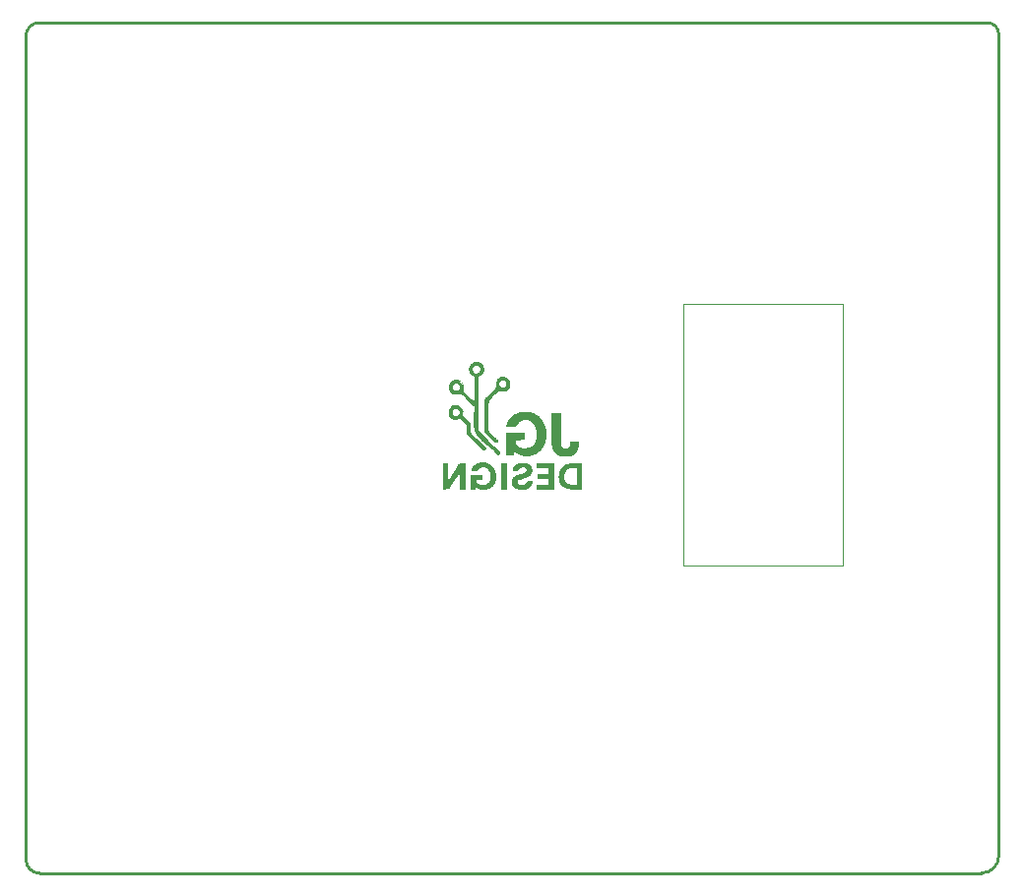
<source format=gbo>
G04*
G04 #@! TF.GenerationSoftware,Altium Limited,Altium Designer,25.8.1 (18)*
G04*
G04 Layer_Color=65280*
%FSLAX24Y24*%
%MOIN*%
G70*
G04*
G04 #@! TF.SameCoordinates,E7C4B6EF-679D-40F3-B346-0123BADFF20E*
G04*
G04*
G04 #@! TF.FilePolarity,Positive*
G04*
G01*
G75*
%ADD13C,0.0100*%
%ADD17C,0.0039*%
G36*
X14584Y15247D02*
X14600Y15246D01*
X14612Y15245D01*
X14628Y15243D01*
X14645Y15240D01*
X14661Y15236D01*
X14681Y15230D01*
X14688Y15227D01*
X14695Y15223D01*
X14697Y15223D01*
X14702Y15219D01*
X14703Y15219D01*
X14713Y15212D01*
X14715Y15211D01*
X14717Y15209D01*
X14718Y15209D01*
X14720Y15207D01*
X14721Y15206D01*
X14724Y15204D01*
X14725Y15203D01*
X14728Y15201D01*
X14729Y15200D01*
X14732Y15197D01*
X14734Y15196D01*
X14741Y15189D01*
X14742Y15188D01*
X14754Y15177D01*
X14755Y15175D01*
X14762Y15168D01*
X14762Y15167D01*
X14766Y15163D01*
X14767Y15161D01*
X14769Y15159D01*
X14770Y15157D01*
X14771Y15156D01*
X14783Y15141D01*
X14785Y15137D01*
X14789Y15131D01*
X14792Y15126D01*
X14796Y15120D01*
X14803Y15106D01*
X14808Y15095D01*
X14811Y15089D01*
X14814Y15081D01*
X14816Y15076D01*
X14817Y15073D01*
X14819Y15061D01*
X14820Y15057D01*
X14821Y15047D01*
X14823Y15035D01*
X14823Y15033D01*
X14824Y15014D01*
X14825Y15012D01*
X14825Y14968D01*
X14824Y14957D01*
X14823Y14949D01*
X14822Y14942D01*
X14821Y14935D01*
X14820Y14927D01*
X14819Y14924D01*
X14816Y14907D01*
X14812Y14891D01*
X14810Y14883D01*
X14807Y14872D01*
X14805Y14868D01*
X14805Y14879D01*
X14804Y14887D01*
X14801Y14898D01*
X14800Y14901D01*
X14799Y14905D01*
X14797Y14903D01*
X14796Y14901D01*
X14794Y14899D01*
X14793Y14897D01*
X14792Y14896D01*
X14789Y14892D01*
X14783Y14884D01*
X14777Y14872D01*
X14774Y14866D01*
X14771Y14857D01*
X14771Y14854D01*
X14769Y14849D01*
X14769Y14846D01*
X14762Y14826D01*
X14761Y14822D01*
X14774Y14822D01*
X14762Y14816D01*
X14753Y14806D01*
X14751Y14805D01*
X14744Y14798D01*
X14742Y14798D01*
X14739Y14795D01*
X14738Y14794D01*
X14735Y14791D01*
X14734Y14791D01*
X14733Y14789D01*
X14723Y14782D01*
X14721Y14781D01*
X14716Y14777D01*
X14714Y14777D01*
X14708Y14773D01*
X14701Y14769D01*
X14687Y14762D01*
X14683Y14760D01*
X14677Y14758D01*
X14665Y14754D01*
X14661Y14753D01*
X14648Y14750D01*
X14640Y14748D01*
X14631Y14746D01*
X14625Y14746D01*
X14609Y14744D01*
X14607Y14744D01*
X14550Y14744D01*
X14537Y14745D01*
X14522Y14746D01*
X14519Y14747D01*
X14506Y14748D01*
X14503Y14749D01*
X14494Y14751D01*
X14481Y14754D01*
X14476Y14755D01*
X14465Y14759D01*
X14461Y14760D01*
X14455Y14763D01*
X14443Y14768D01*
X14438Y14769D01*
X14423Y14755D01*
X14423Y14753D01*
X14402Y14733D01*
X14400Y14732D01*
X14386Y14718D01*
X14385Y14717D01*
X14378Y14711D01*
X14377Y14710D01*
X14371Y14705D01*
X14370Y14704D01*
X14365Y14699D01*
X14364Y14698D01*
X14358Y14693D01*
X14357Y14692D01*
X14352Y14687D01*
X14350Y14687D01*
X14345Y14681D01*
X14343Y14680D01*
X14335Y14672D01*
X14334Y14672D01*
X14326Y14664D01*
X14324Y14663D01*
X14315Y14654D01*
X14314Y14653D01*
X14297Y14636D01*
X14296Y14636D01*
X14205Y14545D01*
X14204Y14544D01*
X14182Y14521D01*
X14181Y14519D01*
X14170Y14508D01*
X14169Y14507D01*
X14159Y14497D01*
X14158Y14495D01*
X14150Y14487D01*
X14150Y14486D01*
X14144Y14480D01*
X14143Y14479D01*
X14138Y14473D01*
X14137Y14472D01*
X14134Y14468D01*
X14130Y14464D01*
X14125Y14457D01*
X14121Y14450D01*
X14119Y14446D01*
X14116Y14438D01*
X14114Y14434D01*
X14107Y14415D01*
X14106Y14410D01*
X14104Y14401D01*
X14101Y14389D01*
X14099Y14374D01*
X14098Y14368D01*
X14098Y14361D01*
X14097Y14351D01*
X14096Y14334D01*
X14096Y13505D01*
Y13504D01*
X14097Y13437D01*
X14098Y13429D01*
X14099Y13426D01*
X14100Y13421D01*
X14105Y13411D01*
X14107Y13409D01*
X14107Y13407D01*
X14109Y13406D01*
X14110Y13404D01*
X14111Y13404D01*
X14113Y13402D01*
X14115Y13401D01*
X14118Y13398D01*
X14119Y13397D01*
X14152Y13364D01*
X14154Y13363D01*
X14321Y13196D01*
X14322Y13195D01*
X14324Y13193D01*
X14325Y13192D01*
X14343Y13174D01*
X14344Y13173D01*
X14359Y13158D01*
X14359Y13156D01*
X14383Y13133D01*
X14384Y13131D01*
X14402Y13112D01*
X14403Y13111D01*
X14406Y13108D01*
X14407Y13106D01*
X14409Y13104D01*
X14410Y13102D01*
X14414Y13097D01*
X14420Y13086D01*
X14424Y13075D01*
X14425Y13069D01*
X14426Y13067D01*
X14424Y13058D01*
X14423Y13055D01*
X14422Y13050D01*
X14419Y13043D01*
X14417Y13041D01*
X14416Y13040D01*
X14409Y13032D01*
X14407Y13031D01*
X14404Y13027D01*
X14402Y13027D01*
X14400Y13024D01*
X14398Y13024D01*
X14396Y13021D01*
X14393Y13019D01*
X14389Y13016D01*
X14383Y13012D01*
X14376Y13008D01*
X14367Y13005D01*
X14364Y13004D01*
X14357Y13003D01*
X14354Y13002D01*
X14333Y13003D01*
X14319Y13004D01*
X14312Y13018D01*
X14310Y13020D01*
X14309Y13022D01*
X14112Y13219D01*
X14110Y13220D01*
X14001Y13329D01*
X14000Y13330D01*
X13995Y13334D01*
X13993Y13335D01*
X13978Y13350D01*
X13973Y13357D01*
X13969Y13364D01*
X13965Y13365D01*
X13965Y13371D01*
X13963Y13377D01*
X13961Y13387D01*
X13961Y13421D01*
X13960Y13424D01*
X13961Y13445D01*
X13961Y13670D01*
X13963Y14094D01*
X13963Y14203D01*
X13964Y14465D01*
X13965Y14480D01*
X13966Y14490D01*
X13968Y14497D01*
X13970Y14502D01*
X13975Y14514D01*
X13976Y14516D01*
X13979Y14520D01*
X13980Y14522D01*
X13981Y14523D01*
X13982Y14525D01*
X13984Y14526D01*
X13984Y14528D01*
X13995Y14539D01*
X13997Y14539D01*
X14005Y14548D01*
X14007Y14549D01*
X14019Y14561D01*
X14021Y14562D01*
X14033Y14574D01*
X14034Y14575D01*
X14045Y14586D01*
X14047Y14586D01*
X14057Y14597D01*
X14058Y14597D01*
X14073Y14612D01*
X14075Y14613D01*
X14093Y14631D01*
X14094Y14632D01*
X14112Y14650D01*
X14114Y14651D01*
X14127Y14664D01*
X14129Y14665D01*
X14141Y14676D01*
X14142Y14677D01*
X14155Y14690D01*
X14156Y14690D01*
X14168Y14702D01*
X14170Y14703D01*
X14180Y14714D01*
X14182Y14715D01*
X14192Y14725D01*
X14194Y14726D01*
X14207Y14739D01*
X14209Y14740D01*
X14224Y14755D01*
X14225Y14755D01*
X14249Y14779D01*
X14250Y14780D01*
X14261Y14791D01*
X14263Y14791D01*
X14273Y14802D01*
X14274Y14802D01*
X14300Y14828D01*
X14301Y14829D01*
X14306Y14835D01*
X14307Y14836D01*
X14309Y14838D01*
X14315Y14846D01*
X14319Y14850D01*
X14327Y14867D01*
X14330Y14875D01*
X14332Y14881D01*
X14334Y14888D01*
X14335Y14892D01*
X14336Y14898D01*
X14337Y14901D01*
X14337Y14913D01*
X14338Y14915D01*
X14338Y14950D01*
X14337Y14964D01*
X14336Y14974D01*
X14335Y14982D01*
X14335Y14989D01*
X14333Y15002D01*
X14341Y15002D01*
X14340Y15005D01*
X14339Y15011D01*
X14339Y15016D01*
X14337Y15023D01*
X14337Y15026D01*
X14336Y15047D01*
X14337Y15050D01*
X14337Y15056D01*
X14338Y15059D01*
X14339Y15063D01*
X14340Y15066D01*
X14342Y15071D01*
X14344Y15077D01*
X14372Y15132D01*
X14377Y15144D01*
X14381Y15155D01*
X14387Y15167D01*
X14393Y15179D01*
X14394Y15178D01*
X14400Y15160D01*
X14401Y15160D01*
X14412Y15171D01*
X14413Y15172D01*
X14441Y15201D01*
X14446Y15205D01*
X14456Y15210D01*
X14460Y15212D01*
X14461Y15213D01*
X14468Y15226D01*
X14468Y15228D01*
X14465Y15227D01*
X14457Y15227D01*
X14450Y15225D01*
X14443Y15223D01*
X14426Y15215D01*
X14425Y15213D01*
X14423Y15212D01*
X14422Y15211D01*
X14420Y15210D01*
X14416Y15206D01*
X14416Y15207D01*
X14421Y15212D01*
X14422Y15212D01*
X14425Y15216D01*
X14427Y15216D01*
X14429Y15218D01*
X14434Y15221D01*
X14441Y15224D01*
X14447Y15226D01*
X14464Y15232D01*
X14469Y15234D01*
X14474Y15235D01*
X14486Y15238D01*
X14490Y15239D01*
X14493Y15239D01*
X14497Y15240D01*
X14502Y15241D01*
X14506Y15242D01*
X14510Y15243D01*
X14519Y15244D01*
X14522Y15245D01*
X14533Y15245D01*
X14536Y15246D01*
X14558Y15247D01*
X14560Y15248D01*
X14584Y15247D01*
D02*
G37*
G36*
X13723Y15746D02*
X13726Y15745D01*
X13736Y15744D01*
X13740Y15743D01*
X13745Y15743D01*
X13749Y15742D01*
X13752Y15741D01*
X13757Y15740D01*
X13768Y15737D01*
X13784Y15732D01*
X13789Y15730D01*
X13793Y15728D01*
X13799Y15726D01*
X13817Y15717D01*
X13830Y15710D01*
X13835Y15707D01*
X13837Y15708D01*
X13840Y15705D01*
X13849Y15698D01*
X13851Y15697D01*
X13862Y15689D01*
X13864Y15688D01*
X13865Y15687D01*
X13867Y15686D01*
X13871Y15682D01*
X13872Y15680D01*
X13878Y15674D01*
X13879Y15672D01*
X13882Y15669D01*
X13884Y15666D01*
X13887Y15662D01*
X13893Y15655D01*
X13894Y15653D01*
X13895Y15652D01*
X13896Y15650D01*
X13900Y15645D01*
X13901Y15643D01*
X13904Y15639D01*
X13907Y15633D01*
X13916Y15617D01*
X13918Y15612D01*
X13922Y15601D01*
X13928Y15584D01*
X13929Y15579D01*
X13931Y15573D01*
X13932Y15569D01*
X13932Y15566D01*
X13934Y15558D01*
X13935Y15554D01*
X13936Y15544D01*
X13937Y15542D01*
X13937Y15520D01*
X13938Y15518D01*
X13938Y15510D01*
X13937Y15471D01*
X13936Y15457D01*
X13935Y15441D01*
X13934Y15438D01*
X13933Y15428D01*
X13932Y15418D01*
X13931Y15414D01*
X13930Y15409D01*
X13928Y15403D01*
X13927Y15399D01*
X13926Y15396D01*
X13925Y15391D01*
X13919Y15380D01*
X13916Y15373D01*
X13915Y15372D01*
X13912Y15367D01*
X13911Y15365D01*
X13907Y15360D01*
X13906Y15358D01*
X13905Y15357D01*
X13904Y15355D01*
X13902Y15354D01*
X13901Y15352D01*
X13900Y15351D01*
X13899Y15349D01*
X13897Y15347D01*
X13896Y15345D01*
X13892Y15341D01*
X13891Y15340D01*
X13870Y15318D01*
X13868Y15317D01*
X13864Y15313D01*
X13863Y15313D01*
X13860Y15310D01*
X13859Y15309D01*
X13857Y15308D01*
X13855Y15306D01*
X13854Y15306D01*
X13851Y15303D01*
X13848Y15301D01*
X13832Y15291D01*
X13806Y15277D01*
X13795Y15273D01*
X13788Y15270D01*
X13783Y15267D01*
X13776Y15264D01*
X13770Y15262D01*
X13762Y15258D01*
X13761Y14874D01*
X13760Y14373D01*
X13759Y13508D01*
X13758Y13476D01*
X13760Y13451D01*
X13761Y13448D01*
X13761Y13443D01*
X13763Y13436D01*
X13766Y13426D01*
X13768Y13422D01*
X13772Y13414D01*
X13775Y13410D01*
X13777Y13409D01*
X13790Y13396D01*
X13791Y13394D01*
X13872Y13313D01*
X13874Y13312D01*
X14095Y13091D01*
X14097Y13090D01*
X14288Y12898D01*
X14290Y12898D01*
X14443Y12745D01*
X14444Y12743D01*
X14449Y12737D01*
X14450Y12736D01*
X14451Y12735D01*
X14455Y12730D01*
X14460Y12723D01*
X14468Y12712D01*
X14469Y12710D01*
X14470Y12709D01*
X14473Y12701D01*
X14475Y12696D01*
X14490Y12696D01*
X14495Y12687D01*
X14496Y12683D01*
X14497Y12666D01*
X14496Y12658D01*
X14495Y12652D01*
X14492Y12644D01*
X14489Y12637D01*
X14486Y12634D01*
X14479Y12628D01*
X14477Y12628D01*
X14476Y12626D01*
X14464Y12622D01*
X14461Y12621D01*
X14460Y12606D01*
X14459Y12606D01*
X14454Y12604D01*
X14446Y12602D01*
X14424Y12595D01*
X14421Y12595D01*
X14415Y12593D01*
X14413Y12592D01*
X14407Y12592D01*
X14342Y12657D01*
X14340Y12658D01*
X14285Y12713D01*
X14284Y12715D01*
X14280Y12719D01*
X14279Y12720D01*
X14278Y12722D01*
X14274Y12727D01*
X14268Y12737D01*
X14263Y12745D01*
X14260Y12752D01*
X14258Y12756D01*
X14243Y12757D01*
X14237Y12769D01*
X14236Y12770D01*
X14233Y12774D01*
X14228Y12778D01*
X14225Y12780D01*
X14216Y12787D01*
X14214Y12788D01*
X14213Y12790D01*
X14211Y12790D01*
X14209Y12792D01*
X14208Y12793D01*
X14206Y12794D01*
X14205Y12795D01*
X14203Y12797D01*
X14202Y12797D01*
X14199Y12800D01*
X14198Y12800D01*
X14196Y12802D01*
X14195Y12803D01*
X14193Y12804D01*
X14191Y12805D01*
X14190Y12807D01*
X14188Y12808D01*
X14187Y12809D01*
X14185Y12810D01*
X14184Y12811D01*
X14182Y12812D01*
X14180Y12814D01*
X14179Y12815D01*
X14177Y12817D01*
X14175Y12818D01*
X14173Y12819D01*
X14172Y12820D01*
X14170Y12822D01*
X14169Y12822D01*
X14167Y12824D01*
X14166Y12825D01*
X14164Y12826D01*
X14162Y12827D01*
X14160Y12829D01*
X14159Y12830D01*
X14157Y12832D01*
X14155Y12833D01*
X14154Y12834D01*
X14152Y12835D01*
X14151Y12836D01*
X14149Y12837D01*
X14148Y12839D01*
X14146Y12840D01*
X14144Y12841D01*
X14143Y12842D01*
X14141Y12844D01*
X14139Y12845D01*
X14137Y12847D01*
X14135Y12848D01*
X14134Y12850D01*
X14132Y12851D01*
X14130Y12853D01*
X14128Y12854D01*
X14126Y12856D01*
X14124Y12857D01*
X14123Y12858D01*
X14121Y12859D01*
X14119Y12862D01*
X14117Y12862D01*
X14115Y12865D01*
X14113Y12865D01*
X14112Y12867D01*
X14110Y12868D01*
X14108Y12870D01*
X14106Y12871D01*
X14104Y12873D01*
X14102Y12874D01*
X14100Y12876D01*
X14098Y12877D01*
X14097Y12879D01*
X14095Y12880D01*
X14093Y12882D01*
X14091Y12883D01*
X14089Y12885D01*
X14087Y12886D01*
X14085Y12888D01*
X14083Y12889D01*
X14081Y12891D01*
X14080Y12892D01*
X14076Y12895D01*
X14075Y12896D01*
X14072Y12898D01*
X14071Y12899D01*
X14068Y12902D01*
X14066Y12903D01*
X14064Y12905D01*
X14062Y12906D01*
X14060Y12908D01*
X14058Y12909D01*
X14055Y12912D01*
X14054Y12913D01*
X14051Y12916D01*
X14050Y12916D01*
X14047Y12919D01*
X14045Y12920D01*
X14043Y12923D01*
X14041Y12923D01*
X14039Y12926D01*
X14037Y12926D01*
X14034Y12930D01*
X14033Y12930D01*
X14029Y12934D01*
X14027Y12935D01*
X14024Y12938D01*
X14022Y12939D01*
X14018Y12943D01*
X14017Y12944D01*
X14014Y12947D01*
X14012Y12948D01*
X14008Y12952D01*
X14007Y12952D01*
X14003Y12956D01*
X14001Y12957D01*
X13998Y12960D01*
X13997Y12961D01*
X13993Y12965D01*
X13991Y12966D01*
X13988Y12969D01*
X13986Y12970D01*
X13982Y12973D01*
X13981Y12974D01*
X13975Y12980D01*
X13974Y12980D01*
X13968Y12986D01*
X13967Y12987D01*
X13962Y12991D01*
X13961Y12992D01*
X13955Y12998D01*
X13954Y12998D01*
X13948Y13004D01*
X13946Y13005D01*
X13941Y13010D01*
X13939Y13011D01*
X13934Y13016D01*
X13932Y13017D01*
X13926Y13024D01*
X13925Y13024D01*
X13917Y13032D01*
X13915Y13033D01*
X13907Y13041D01*
X13906Y13042D01*
X13895Y13052D01*
X13893Y13053D01*
X13882Y13065D01*
X13880Y13066D01*
X13861Y13085D01*
X13860Y13085D01*
X13805Y13140D01*
X13804Y13141D01*
X13788Y13158D01*
X13787Y13159D01*
X13779Y13167D01*
X13779Y13169D01*
X13773Y13174D01*
X13772Y13176D01*
X13767Y13181D01*
X13766Y13183D01*
X13763Y13186D01*
X13762Y13187D01*
X13759Y13191D01*
X13758Y13192D01*
X13755Y13195D01*
X13754Y13197D01*
X13751Y13200D01*
X13750Y13202D01*
X13748Y13204D01*
X13747Y13205D01*
X13745Y13208D01*
X13744Y13209D01*
X13743Y13211D01*
X13742Y13213D01*
X13739Y13215D01*
X13739Y13216D01*
X13736Y13219D01*
X13736Y13220D01*
X13733Y13224D01*
X13718Y13245D01*
X13717Y13246D01*
X13716Y13247D01*
X13709Y13257D01*
X13703Y13267D01*
X13702Y13268D01*
X13698Y13274D01*
X13697Y13275D01*
X13692Y13284D01*
X13691Y13285D01*
X13687Y13292D01*
X13686Y13293D01*
X13682Y13299D01*
X13679Y13305D01*
X13662Y13337D01*
X13653Y13356D01*
X13642Y13381D01*
X13640Y13385D01*
X13638Y13391D01*
X13635Y13399D01*
X13629Y13416D01*
X13624Y13429D01*
X13620Y13443D01*
X13617Y13451D01*
X13614Y13462D01*
X13613Y13466D01*
X13608Y13488D01*
X13607Y13492D01*
X13605Y13499D01*
X13604Y13502D01*
X13604Y13506D01*
X13600Y13525D01*
X13598Y13535D01*
X13597Y13538D01*
X13597Y13543D01*
X13595Y13553D01*
X13593Y13569D01*
X13590Y13594D01*
X13589Y13602D01*
X13588Y13609D01*
X13587Y13618D01*
X13586Y13636D01*
X13585Y13661D01*
X13584Y13663D01*
X13583Y13706D01*
X13582Y13708D01*
X13583Y13780D01*
X13583Y13812D01*
X13584Y13835D01*
X13585Y13855D01*
X13586Y13890D01*
X13588Y13922D01*
X13589Y13935D01*
X13590Y13961D01*
X13591Y13964D01*
X13594Y14010D01*
X13594Y14021D01*
X13597Y14062D01*
X13599Y14081D01*
X13600Y14089D01*
X13601Y14099D01*
X13602Y14116D01*
X13604Y14132D01*
X13604Y14140D01*
X13607Y14164D01*
X13609Y14185D01*
X13610Y14193D01*
X13612Y14214D01*
X13614Y14226D01*
X13615Y14233D01*
X13617Y14252D01*
X13618Y14259D01*
X13619Y14269D01*
X13620Y14271D01*
X13619Y14274D01*
X13615Y14273D01*
X13593Y14267D01*
X13590Y14266D01*
X13580Y14267D01*
X13572Y14268D01*
X13563Y14269D01*
X13558Y14271D01*
X13554Y14272D01*
X13543Y14277D01*
X13541Y14278D01*
X13536Y14281D01*
X13535Y14282D01*
X13533Y14283D01*
X13532Y14284D01*
X13530Y14286D01*
X13529Y14287D01*
X13523Y14292D01*
X13523Y14293D01*
X13517Y14299D01*
X13516Y14300D01*
X13511Y14306D01*
X13510Y14307D01*
X13505Y14313D01*
X13504Y14314D01*
X13498Y14321D01*
X13497Y14322D01*
X13490Y14329D01*
X13489Y14331D01*
X13483Y14337D01*
X13482Y14339D01*
X13475Y14346D01*
X13474Y14347D01*
X13468Y14354D01*
X13467Y14355D01*
X13460Y14362D01*
X13459Y14364D01*
X13451Y14372D01*
X13450Y14374D01*
X13441Y14383D01*
X13440Y14385D01*
X13430Y14394D01*
X13430Y14396D01*
X13419Y14406D01*
X13419Y14408D01*
X13408Y14418D01*
X13408Y14419D01*
X13397Y14430D01*
X13396Y14432D01*
X13389Y14439D01*
X13388Y14440D01*
X13381Y14447D01*
X13380Y14449D01*
X13373Y14456D01*
X13372Y14458D01*
X13365Y14465D01*
X13365Y14466D01*
X13358Y14472D01*
X13358Y14474D01*
X13352Y14480D01*
X13351Y14481D01*
X13346Y14487D01*
X13345Y14488D01*
X13340Y14494D01*
X13339Y14495D01*
X13334Y14500D01*
X13333Y14501D01*
X13328Y14507D01*
X13327Y14508D01*
X13320Y14516D01*
X13319Y14517D01*
X13312Y14524D01*
X13311Y14526D01*
X13300Y14537D01*
X13300Y14538D01*
X13279Y14559D01*
X13279Y14560D01*
X13270Y14568D01*
X13269Y14569D01*
X13252Y14586D01*
X13250Y14587D01*
X13243Y14594D01*
X13241Y14595D01*
X13235Y14601D01*
X13234Y14602D01*
X13230Y14605D01*
X13229Y14606D01*
X13225Y14610D01*
X13223Y14611D01*
X13222Y14612D01*
X13218Y14615D01*
X13211Y14621D01*
X13209Y14622D01*
X13204Y14625D01*
X13184Y14636D01*
X13180Y14638D01*
X13174Y14640D01*
X13162Y14644D01*
X13157Y14645D01*
X13151Y14647D01*
X13147Y14648D01*
X13144Y14649D01*
X13136Y14650D01*
X13134Y14651D01*
X13125Y14651D01*
X13122Y14652D01*
X13105Y14653D01*
X13100Y14654D01*
X13075Y14653D01*
X13052Y14652D01*
X13035Y14650D01*
X13007Y14647D01*
X13001Y14646D01*
X12994Y14645D01*
X12987Y14645D01*
X12980Y14644D01*
X12964Y14643D01*
X12961Y14642D01*
X12956Y14642D01*
X12940Y14645D01*
X12937Y14645D01*
X12924Y14648D01*
X12918Y14650D01*
X12915Y14651D01*
X12910Y14652D01*
X12893Y14657D01*
X12888Y14659D01*
X12883Y14661D01*
X12862Y14672D01*
X12856Y14676D01*
X12854Y14676D01*
X12844Y14683D01*
X12842Y14684D01*
X12841Y14686D01*
X12839Y14687D01*
X12837Y14689D01*
X12835Y14690D01*
X12833Y14692D01*
X12831Y14693D01*
X12818Y14706D01*
X12817Y14708D01*
X12809Y14716D01*
X12808Y14717D01*
X12800Y14725D01*
X12800Y14727D01*
X12798Y14728D01*
X12795Y14732D01*
X12789Y14739D01*
X12789Y14741D01*
X12785Y14746D01*
X12784Y14748D01*
X12780Y14754D01*
X12772Y14769D01*
X12770Y14773D01*
X12767Y14781D01*
X12765Y14786D01*
X12762Y14794D01*
X12757Y14809D01*
X12756Y14814D01*
X12755Y14819D01*
X12753Y14825D01*
X12752Y14829D01*
X12749Y14842D01*
X12748Y14844D01*
X12747Y14872D01*
X12746Y14874D01*
X12747Y14886D01*
X12748Y14903D01*
X12749Y14918D01*
X12750Y14921D01*
X12751Y14931D01*
X12751Y14936D01*
X12752Y14940D01*
X12753Y14947D01*
X12757Y14962D01*
X12759Y14968D01*
X12764Y14985D01*
X12767Y14994D01*
X12770Y15000D01*
X12771Y15004D01*
X12789Y15039D01*
X12793Y15045D01*
X12793Y15047D01*
X12797Y15053D01*
X12798Y15055D01*
X12801Y15059D01*
X12802Y15061D01*
X12814Y15077D01*
X12814Y15079D01*
X12816Y15081D01*
X12817Y15082D01*
X12818Y15084D01*
X12819Y15085D01*
X12821Y15088D01*
X12822Y15089D01*
X12824Y15091D01*
X12825Y15092D01*
X12827Y15095D01*
X12828Y15096D01*
X12831Y15099D01*
X12850Y15106D01*
X12857Y15109D01*
X12875Y15118D01*
X12887Y15123D01*
X12904Y15129D01*
X12910Y15130D01*
X12914Y15131D01*
X12917Y15132D01*
X12925Y15134D01*
X12928Y15135D01*
X12932Y15135D01*
X12942Y15137D01*
X12953Y15138D01*
X12955Y15139D01*
X12976Y15140D01*
X12978Y15140D01*
X13048Y15140D01*
X13055Y15139D01*
X13066Y15138D01*
X13069Y15137D01*
X13074Y15136D01*
X13082Y15133D01*
X13086Y15132D01*
X13091Y15130D01*
X13095Y15129D01*
X13115Y15119D01*
X13123Y15114D01*
X13125Y15113D01*
X13130Y15109D01*
X13132Y15108D01*
X13133Y15107D01*
X13135Y15106D01*
X13136Y15104D01*
X13138Y15104D01*
X13140Y15101D01*
X13142Y15101D01*
X13144Y15098D01*
X13146Y15097D01*
X13150Y15093D01*
X13151Y15093D01*
X13157Y15087D01*
X13158Y15086D01*
X13185Y15060D01*
X13185Y15059D01*
X13189Y15056D01*
X13190Y15053D01*
X13194Y15048D01*
X13203Y15036D01*
X13204Y15034D01*
X13208Y15029D01*
X13209Y15027D01*
X13213Y15021D01*
X13225Y14998D01*
X13226Y14994D01*
X13229Y14988D01*
X13231Y14983D01*
X13232Y14979D01*
X13235Y14971D01*
X13236Y14967D01*
X13239Y14954D01*
X13240Y14949D01*
X13241Y14946D01*
X13241Y14941D01*
X13243Y14931D01*
X13243Y14929D01*
X13244Y14915D01*
X13245Y14912D01*
X13244Y14859D01*
X13244Y14845D01*
X13243Y14836D01*
X13241Y14827D01*
X13239Y14818D01*
X13238Y14815D01*
X13237Y14806D01*
X13236Y14804D01*
X13235Y14788D01*
X13237Y14784D01*
X13239Y14778D01*
X13243Y14770D01*
X13250Y14755D01*
X13253Y14752D01*
X13254Y14750D01*
X13490Y14514D01*
X13492Y14514D01*
X13511Y14495D01*
X13512Y14494D01*
X13525Y14481D01*
X13526Y14481D01*
X13535Y14472D01*
X13536Y14471D01*
X13543Y14465D01*
X13544Y14464D01*
X13550Y14459D01*
X13551Y14458D01*
X13558Y14452D01*
X13559Y14451D01*
X13564Y14446D01*
X13565Y14445D01*
X13571Y14440D01*
X13572Y14439D01*
X13592Y14420D01*
X13592Y14418D01*
X13595Y14416D01*
X13595Y14415D01*
X13597Y14413D01*
X13598Y14411D01*
X13602Y14406D01*
X13608Y14394D01*
X13612Y14386D01*
X13627Y14386D01*
X13626Y14469D01*
X13621Y15098D01*
X13620Y15250D01*
X13617Y15252D01*
X13603Y15258D01*
X13561Y15278D01*
X13555Y15282D01*
X13545Y15288D01*
X13540Y15291D01*
X13539Y15291D01*
X13533Y15295D01*
X13532Y15296D01*
X13515Y15308D01*
X13514Y15309D01*
X13511Y15311D01*
X13510Y15312D01*
X13508Y15313D01*
X13507Y15314D01*
X13504Y15317D01*
X13503Y15317D01*
X13500Y15320D01*
X13499Y15320D01*
X13495Y15324D01*
X13493Y15325D01*
X13489Y15330D01*
X13487Y15331D01*
X13473Y15344D01*
X13473Y15346D01*
X13469Y15351D01*
X13469Y15352D01*
X13465Y15358D01*
X13462Y15364D01*
X13458Y15369D01*
X13453Y15378D01*
X13450Y15384D01*
X13448Y15388D01*
X13444Y15396D01*
X13442Y15403D01*
X13438Y15412D01*
X13437Y15417D01*
X13436Y15420D01*
X13435Y15424D01*
X13435Y15427D01*
X13433Y15435D01*
X13432Y15444D01*
X13431Y15446D01*
X13430Y15459D01*
X13430Y15462D01*
X13429Y15516D01*
X13430Y15540D01*
X13431Y15556D01*
X13432Y15559D01*
X13433Y15564D01*
X13434Y15570D01*
X13437Y15579D01*
X13449Y15599D01*
X13450Y15601D01*
X13454Y15607D01*
X13455Y15609D01*
X13459Y15615D01*
X13459Y15617D01*
X13462Y15621D01*
X13463Y15623D01*
X13467Y15629D01*
X13468Y15631D01*
X13471Y15635D01*
X13472Y15637D01*
X13483Y15654D01*
X13486Y15660D01*
X13490Y15665D01*
X13491Y15667D01*
X13494Y15671D01*
X13495Y15673D01*
X13514Y15700D01*
X13537Y15701D01*
X13544Y15723D01*
X13554Y15728D01*
X13559Y15730D01*
X13563Y15732D01*
X13570Y15734D01*
X13574Y15736D01*
X13581Y15738D01*
X13590Y15740D01*
X13598Y15742D01*
X13604Y15743D01*
X13608Y15744D01*
X13618Y15745D01*
X13633Y15746D01*
X13636Y15747D01*
X13698Y15748D01*
X13723Y15746D01*
D02*
G37*
G36*
X15364Y14067D02*
X15391Y14066D01*
X15400Y14065D01*
X15408Y14064D01*
X15422Y14063D01*
X15425Y14062D01*
X15453Y14059D01*
X15457Y14058D01*
X15461Y14057D01*
X15466Y14056D01*
X15470Y14055D01*
X15474Y14055D01*
X15478Y14054D01*
X15483Y14053D01*
X15487Y14052D01*
X15490Y14051D01*
X15494Y14051D01*
X15497Y14050D01*
X15501Y14049D01*
X15506Y14048D01*
X15525Y14043D01*
X15530Y14042D01*
X15540Y14039D01*
X15569Y14030D01*
X15572Y14030D01*
X15598Y14021D01*
X15625Y14010D01*
X15639Y14003D01*
X15685Y13981D01*
X15692Y13977D01*
X15698Y13974D01*
X15708Y13968D01*
X15717Y13963D01*
X15718Y13962D01*
X15727Y13956D01*
X15732Y13953D01*
X15738Y13949D01*
X15739Y13949D01*
X15750Y13941D01*
X15752Y13940D01*
X15757Y13936D01*
X15759Y13935D01*
X15761Y13934D01*
X15762Y13933D01*
X15764Y13931D01*
X15765Y13931D01*
X15767Y13929D01*
X15768Y13928D01*
X15770Y13927D01*
X15771Y13926D01*
X15773Y13924D01*
X15775Y13923D01*
X15776Y13922D01*
X15778Y13921D01*
X15780Y13919D01*
X15782Y13918D01*
X15783Y13916D01*
X15785Y13916D01*
X15790Y13910D01*
X15792Y13909D01*
X15798Y13903D01*
X15800Y13902D01*
X15804Y13898D01*
X15805Y13898D01*
X15842Y13860D01*
X15842Y13860D01*
X15842Y13859D01*
X15843Y13857D01*
X15849Y13852D01*
X15849Y13850D01*
X15854Y13846D01*
X15855Y13844D01*
X15858Y13841D01*
X15859Y13839D01*
X15862Y13836D01*
X15863Y13835D01*
X15865Y13832D01*
X15867Y13830D01*
X15870Y13825D01*
X15872Y13823D01*
X15876Y13818D01*
X15881Y13811D01*
X15883Y13808D01*
X15895Y13793D01*
X15896Y13792D01*
X15897Y13790D01*
X15898Y13788D01*
X15902Y13783D01*
X15903Y13781D01*
X15910Y13771D01*
X15911Y13769D01*
X15914Y13764D01*
X15917Y13759D01*
X15921Y13753D01*
X15922Y13752D01*
X15926Y13745D01*
X15927Y13744D01*
X15931Y13738D01*
X15937Y13727D01*
X15941Y13720D01*
X15964Y13675D01*
X15969Y13662D01*
X15978Y13643D01*
X15987Y13619D01*
X15990Y13613D01*
X15993Y13604D01*
X15997Y13593D01*
X16004Y13572D01*
X16008Y13559D01*
X16013Y13544D01*
X16014Y13539D01*
X16015Y13536D01*
X16018Y13527D01*
X16020Y13521D01*
X16025Y13509D01*
X16029Y13493D01*
X16031Y13488D01*
X16031Y13485D01*
X16032Y13481D01*
X16034Y13472D01*
X16035Y13468D01*
X16036Y13465D01*
X16037Y13461D01*
X16038Y13456D01*
X16039Y13448D01*
X16040Y13444D01*
X16044Y13417D01*
X16045Y13403D01*
X16046Y13401D01*
X16047Y13385D01*
X16047Y13382D01*
X16048Y13350D01*
X16049Y13348D01*
X16049Y13284D01*
X16048Y13254D01*
X16047Y13239D01*
X16046Y13226D01*
X16045Y13207D01*
X16042Y13180D01*
X16041Y13177D01*
X16038Y13150D01*
X16034Y13132D01*
X16034Y13128D01*
X16033Y13123D01*
X16029Y13103D01*
X16028Y13100D01*
X16027Y13092D01*
X16026Y13089D01*
X16025Y13084D01*
X16019Y13062D01*
X16018Y13057D01*
X16017Y13054D01*
X16012Y13037D01*
X16009Y13027D01*
X15998Y12995D01*
X15993Y12979D01*
X15985Y12959D01*
X15978Y12943D01*
X15975Y12935D01*
X15952Y12889D01*
X15947Y12881D01*
X15942Y12871D01*
X15938Y12864D01*
X15937Y12863D01*
X15933Y12856D01*
X15932Y12855D01*
X15928Y12849D01*
X15925Y12843D01*
X15921Y12838D01*
X15921Y12836D01*
X15914Y12826D01*
X15913Y12824D01*
X15897Y12802D01*
X15896Y12801D01*
X15894Y12799D01*
X15893Y12797D01*
X15892Y12795D01*
X15891Y12794D01*
X15889Y12792D01*
X15888Y12791D01*
X15887Y12789D01*
X15886Y12788D01*
X15884Y12785D01*
X15883Y12784D01*
X15881Y12781D01*
X15880Y12780D01*
X15878Y12777D01*
X15877Y12776D01*
X15874Y12773D01*
X15874Y12772D01*
X15857Y12755D01*
X15856Y12754D01*
X15849Y12746D01*
X15847Y12746D01*
X15836Y12734D01*
X15834Y12733D01*
X15826Y12725D01*
X15825Y12725D01*
X15821Y12721D01*
X15819Y12720D01*
X15816Y12717D01*
X15815Y12716D01*
X15811Y12712D01*
X15809Y12711D01*
X15805Y12707D01*
X15804Y12707D01*
X15801Y12704D01*
X15800Y12703D01*
X15798Y12702D01*
X15795Y12700D01*
X15791Y12696D01*
X15788Y12694D01*
X15779Y12687D01*
X15777Y12686D01*
X15775Y12685D01*
X15774Y12684D01*
X15772Y12682D01*
X15771Y12682D01*
X15760Y12674D01*
X15758Y12673D01*
X15753Y12669D01*
X15751Y12668D01*
X15746Y12664D01*
X15744Y12664D01*
X15739Y12660D01*
X15738Y12660D01*
X15729Y12654D01*
X15722Y12650D01*
X15716Y12646D01*
X15702Y12638D01*
X15681Y12628D01*
X15663Y12619D01*
X15654Y12615D01*
X15643Y12610D01*
X15636Y12608D01*
X15629Y12604D01*
X15622Y12602D01*
X15618Y12601D01*
X15610Y12597D01*
X15581Y12588D01*
X15571Y12584D01*
X15566Y12583D01*
X15563Y12582D01*
X15557Y12581D01*
X15548Y12578D01*
X15543Y12577D01*
X15539Y12576D01*
X15533Y12575D01*
X15529Y12574D01*
X15526Y12573D01*
X15522Y12572D01*
X15519Y12572D01*
X15511Y12570D01*
X15507Y12569D01*
X15503Y12568D01*
X15479Y12565D01*
X15460Y12562D01*
X15447Y12561D01*
X15444Y12560D01*
X15411Y12559D01*
X15408Y12559D01*
X15370Y12559D01*
X15351Y12560D01*
X15335Y12561D01*
X15317Y12562D01*
X15314Y12563D01*
X15303Y12563D01*
X15298Y12564D01*
X15276Y12567D01*
X15266Y12568D01*
X15262Y12569D01*
X15258Y12570D01*
X15238Y12574D01*
X15235Y12575D01*
X15230Y12576D01*
X15221Y12578D01*
X15215Y12580D01*
X15212Y12581D01*
X15201Y12584D01*
X15179Y12590D01*
X15168Y12594D01*
X15165Y12596D01*
X15159Y12598D01*
X15152Y12601D01*
X15141Y12606D01*
X15095Y12628D01*
X15088Y12632D01*
X15083Y12635D01*
X15081Y12636D01*
X15075Y12640D01*
X15070Y12643D01*
X15064Y12647D01*
X15062Y12648D01*
X15057Y12652D01*
X15055Y12653D01*
X15037Y12666D01*
X15035Y12667D01*
X15034Y12668D01*
X15032Y12669D01*
X15030Y12671D01*
X15029Y12671D01*
X15027Y12673D01*
X15026Y12674D01*
X15024Y12675D01*
X15023Y12676D01*
X15020Y12678D01*
X15019Y12679D01*
X15017Y12681D01*
X15015Y12682D01*
X15013Y12684D01*
X15012Y12685D01*
X15009Y12687D01*
X15008Y12688D01*
X15005Y12691D01*
X15003Y12692D01*
X15000Y12695D01*
X14998Y12696D01*
X14994Y12700D01*
X14993Y12700D01*
X14989Y12704D01*
X14987Y12705D01*
X14980Y12712D01*
X14979Y12713D01*
X14972Y12719D01*
X14971Y12720D01*
X14965Y12726D01*
X14964Y12584D01*
X14694Y12584D01*
X14693Y13357D01*
X15317Y13357D01*
X15317Y13122D01*
X15316Y13102D01*
X15001Y13101D01*
X15001Y13100D01*
X15002Y13096D01*
X15004Y13085D01*
X15005Y13076D01*
X15007Y13066D01*
X15008Y13061D01*
X15008Y13057D01*
X15010Y13048D01*
X15012Y13040D01*
X15012Y13037D01*
X15013Y13033D01*
X15014Y13028D01*
X15017Y13018D01*
X15018Y13013D01*
X15020Y13006D01*
X15021Y13003D01*
X15024Y12996D01*
X15027Y12988D01*
X15037Y12967D01*
X15043Y12957D01*
X15046Y12951D01*
X15047Y12950D01*
X15049Y12948D01*
X15050Y12946D01*
X15051Y12945D01*
X15052Y12943D01*
X15053Y12942D01*
X15054Y12940D01*
X15056Y12939D01*
X15057Y12937D01*
X15060Y12934D01*
X15060Y12932D01*
X15063Y12930D01*
X15064Y12928D01*
X15069Y12923D01*
X15070Y12921D01*
X15093Y12898D01*
X15095Y12898D01*
X15098Y12894D01*
X15100Y12893D01*
X15103Y12890D01*
X15105Y12889D01*
X15106Y12887D01*
X15108Y12887D01*
X15110Y12884D01*
X15112Y12883D01*
X15113Y12882D01*
X15115Y12881D01*
X15116Y12880D01*
X15118Y12879D01*
X15123Y12875D01*
X15125Y12874D01*
X15131Y12870D01*
X15132Y12869D01*
X15138Y12865D01*
X15166Y12851D01*
X15172Y12849D01*
X15176Y12847D01*
X15195Y12840D01*
X15204Y12838D01*
X15219Y12834D01*
X15227Y12832D01*
X15235Y12831D01*
X15237Y12830D01*
X15266Y12829D01*
X15268Y12829D01*
X15331Y12829D01*
X15344Y12830D01*
X15355Y12831D01*
X15363Y12831D01*
X15377Y12833D01*
X15386Y12834D01*
X15389Y12835D01*
X15394Y12836D01*
X15419Y12840D01*
X15425Y12842D01*
X15440Y12846D01*
X15446Y12847D01*
X15471Y12856D01*
X15475Y12857D01*
X15480Y12859D01*
X15486Y12862D01*
X15490Y12863D01*
X15497Y12866D01*
X15515Y12875D01*
X15534Y12885D01*
X15542Y12890D01*
X15556Y12899D01*
X15566Y12907D01*
X15567Y12908D01*
X15570Y12911D01*
X15572Y12912D01*
X15575Y12915D01*
X15577Y12916D01*
X15579Y12918D01*
X15581Y12919D01*
X15588Y12926D01*
X15589Y12926D01*
X15604Y12942D01*
X15605Y12943D01*
X15611Y12949D01*
X15611Y12950D01*
X15615Y12953D01*
X15617Y12956D01*
X15620Y12961D01*
X15633Y12979D01*
X15636Y12982D01*
X15640Y12988D01*
X15640Y12989D01*
X15644Y12996D01*
X15647Y13001D01*
X15659Y13023D01*
X15667Y13042D01*
X15670Y13049D01*
X15675Y13063D01*
X15676Y13067D01*
X15681Y13077D01*
X15685Y13083D01*
X15688Y13091D01*
X15690Y13099D01*
X15692Y13105D01*
X15693Y13108D01*
X15694Y13112D01*
X15698Y13128D01*
X15699Y13132D01*
X15699Y13135D01*
X15700Y13139D01*
X15701Y13142D01*
X15703Y13153D01*
X15704Y13158D01*
X15706Y13166D01*
X15709Y13186D01*
X15710Y13191D01*
X15713Y13216D01*
X15714Y13231D01*
X15715Y13233D01*
X15716Y13249D01*
X15716Y13251D01*
X15717Y13287D01*
X15718Y13289D01*
X15717Y13340D01*
X15716Y13346D01*
X15715Y13369D01*
X15714Y13378D01*
X15712Y13398D01*
X15712Y13401D01*
X15710Y13412D01*
X15708Y13427D01*
X15707Y13432D01*
X15707Y13436D01*
X15706Y13441D01*
X15703Y13456D01*
X15701Y13461D01*
X15696Y13483D01*
X15693Y13494D01*
X15690Y13502D01*
X15683Y13525D01*
X15681Y13530D01*
X15673Y13550D01*
X15670Y13557D01*
X15654Y13589D01*
X15649Y13599D01*
X15645Y13606D01*
X15640Y13615D01*
X15636Y13620D01*
X15633Y13626D01*
X15632Y13627D01*
X15620Y13644D01*
X15619Y13645D01*
X15618Y13647D01*
X15617Y13648D01*
X15615Y13651D01*
X15614Y13652D01*
X15612Y13654D01*
X15611Y13655D01*
X15609Y13658D01*
X15608Y13659D01*
X15606Y13662D01*
X15605Y13663D01*
X15603Y13666D01*
X15602Y13667D01*
X15598Y13671D01*
X15597Y13673D01*
X15594Y13676D01*
X15592Y13679D01*
X15591Y13679D01*
X15586Y13684D01*
X15584Y13685D01*
X15580Y13690D01*
X15578Y13690D01*
X15573Y13695D01*
X15572Y13696D01*
X15568Y13700D01*
X15566Y13700D01*
X15563Y13704D01*
X15562Y13704D01*
X15560Y13706D01*
X15553Y13711D01*
X15535Y13725D01*
X15534Y13726D01*
X15528Y13729D01*
X15527Y13730D01*
X15522Y13733D01*
X15520Y13734D01*
X15514Y13738D01*
X15492Y13749D01*
X15489Y13751D01*
X15480Y13755D01*
X15472Y13758D01*
X15464Y13761D01*
X15451Y13765D01*
X15442Y13768D01*
X15433Y13771D01*
X15429Y13771D01*
X15423Y13773D01*
X15419Y13774D01*
X15414Y13774D01*
X15410Y13775D01*
X15406Y13776D01*
X15397Y13777D01*
X15394Y13778D01*
X15382Y13779D01*
X15379Y13779D01*
X15329Y13780D01*
X15314Y13779D01*
X15311Y13779D01*
X15300Y13778D01*
X15297Y13777D01*
X15292Y13776D01*
X15271Y13772D01*
X15255Y13769D01*
X15250Y13767D01*
X15230Y13761D01*
X15221Y13758D01*
X15213Y13754D01*
X15207Y13752D01*
X15203Y13751D01*
X15171Y13735D01*
X15165Y13731D01*
X15159Y13728D01*
X15158Y13727D01*
X15153Y13724D01*
X15152Y13723D01*
X15146Y13719D01*
X15145Y13718D01*
X15139Y13715D01*
X15138Y13714D01*
X15136Y13712D01*
X15134Y13711D01*
X15133Y13710D01*
X15131Y13709D01*
X15130Y13707D01*
X15128Y13707D01*
X15127Y13705D01*
X15125Y13704D01*
X15123Y13702D01*
X15121Y13701D01*
X15119Y13699D01*
X15117Y13698D01*
X15114Y13695D01*
X15113Y13694D01*
X15106Y13688D01*
X15105Y13687D01*
X15084Y13666D01*
X15083Y13665D01*
X15078Y13659D01*
X15075Y13655D01*
X15073Y13650D01*
X15071Y13646D01*
X15067Y13635D01*
X15060Y13621D01*
X15052Y13603D01*
X15048Y13597D01*
X15045Y13591D01*
X15044Y13590D01*
X15040Y13584D01*
X15039Y13583D01*
X15038Y13581D01*
X15037Y13580D01*
X15035Y13578D01*
X15035Y13576D01*
X15032Y13574D01*
X15032Y13572D01*
X15029Y13570D01*
X15019Y13563D01*
X15017Y13561D01*
X15009Y13556D01*
X15005Y13555D01*
X14999Y13552D01*
X14993Y13551D01*
X14990Y13550D01*
X14973Y13549D01*
X14971Y13549D01*
X14956Y13549D01*
X14933Y13550D01*
X14901Y13551D01*
X14887Y13552D01*
X14871Y13553D01*
X14835Y13555D01*
X14813Y13555D01*
X14765Y13557D01*
X14747Y13558D01*
X14731Y13558D01*
X14699Y13560D01*
X14694Y13561D01*
X14695Y13608D01*
X14695Y13611D01*
X14697Y13619D01*
X14698Y13624D01*
X14700Y13630D01*
X14701Y13636D01*
X14703Y13642D01*
X14704Y13648D01*
X14707Y13655D01*
X14713Y13676D01*
X14717Y13685D01*
X14719Y13690D01*
X14722Y13698D01*
X14724Y13703D01*
X14726Y13707D01*
X14728Y13713D01*
X14746Y13749D01*
X14755Y13767D01*
X14759Y13773D01*
X14760Y13774D01*
X14764Y13781D01*
X14765Y13782D01*
X14769Y13788D01*
X14769Y13789D01*
X14773Y13794D01*
X14773Y13796D01*
X14785Y13812D01*
X14786Y13814D01*
X14787Y13815D01*
X14788Y13817D01*
X14790Y13818D01*
X14791Y13820D01*
X14792Y13821D01*
X14793Y13823D01*
X14794Y13824D01*
X14795Y13826D01*
X14798Y13828D01*
X14798Y13830D01*
X14800Y13832D01*
X14801Y13833D01*
X14803Y13835D01*
X14804Y13837D01*
X14807Y13840D01*
X14808Y13842D01*
X14811Y13845D01*
X14812Y13846D01*
X14815Y13850D01*
X14816Y13851D01*
X14822Y13857D01*
X14823Y13859D01*
X14829Y13865D01*
X14830Y13867D01*
X14858Y13895D01*
X14860Y13896D01*
X14868Y13904D01*
X14869Y13905D01*
X14873Y13909D01*
X14875Y13909D01*
X14879Y13914D01*
X14881Y13915D01*
X14883Y13917D01*
X14885Y13918D01*
X14886Y13920D01*
X14888Y13920D01*
X14890Y13922D01*
X14891Y13923D01*
X14895Y13925D01*
X14910Y13937D01*
X14911Y13938D01*
X14917Y13942D01*
X14918Y13942D01*
X14924Y13946D01*
X14936Y13954D01*
X14937Y13955D01*
X14942Y13958D01*
X14943Y13959D01*
X14952Y13964D01*
X14954Y13965D01*
X14960Y13969D01*
X14974Y13977D01*
X15015Y13998D01*
X15037Y14008D01*
X15064Y14019D01*
X15075Y14022D01*
X15089Y14027D01*
X15098Y14031D01*
X15119Y14037D01*
X15127Y14039D01*
X15136Y14042D01*
X15140Y14043D01*
X15159Y14048D01*
X15163Y14048D01*
X15166Y14049D01*
X15170Y14050D01*
X15173Y14051D01*
X15177Y14051D01*
X15180Y14052D01*
X15184Y14053D01*
X15189Y14054D01*
X15193Y14055D01*
X15202Y14056D01*
X15206Y14057D01*
X15215Y14059D01*
X15224Y14060D01*
X15228Y14060D01*
X15244Y14062D01*
X15267Y14065D01*
X15283Y14066D01*
X15293Y14067D01*
X15308Y14067D01*
X15309D01*
X15364Y14067D01*
D02*
G37*
G36*
X12996Y14297D02*
X12999Y14296D01*
X13007Y14295D01*
X13010Y14294D01*
X13019Y14293D01*
X13028Y14291D01*
X13034Y14289D01*
X13049Y14284D01*
X13061Y14280D01*
X13075Y14273D01*
X13084Y14268D01*
X13090Y14265D01*
X13091Y14264D01*
X13096Y14261D01*
X13097Y14260D01*
X13108Y14253D01*
X13109Y14252D01*
X13111Y14251D01*
X13112Y14250D01*
X13114Y14248D01*
X13115Y14247D01*
X13117Y14246D01*
X13118Y14245D01*
X13121Y14243D01*
X13122Y14242D01*
X13126Y14239D01*
X13127Y14238D01*
X13130Y14235D01*
X13132Y14234D01*
X13139Y14227D01*
X13140Y14226D01*
X13158Y14209D01*
X13159Y14207D01*
X13165Y14201D01*
X13166Y14199D01*
X13171Y14195D01*
X13171Y14193D01*
X13174Y14190D01*
X13175Y14188D01*
X13178Y14186D01*
X13178Y14184D01*
X13181Y14182D01*
X13181Y14181D01*
X13183Y14179D01*
X13185Y14176D01*
X13200Y14156D01*
X13201Y14154D01*
X13202Y14153D01*
X13212Y14139D01*
X13222Y14123D01*
X13223Y14121D01*
X13226Y14116D01*
X13235Y14099D01*
X13241Y14083D01*
X13241Y14080D01*
X13243Y14073D01*
X13243Y14070D01*
X13244Y14056D01*
X13243Y14041D01*
X13228Y14040D01*
X13228Y14028D01*
X13227Y14026D01*
X13226Y13983D01*
X13227Y13971D01*
X13228Y13968D01*
X13228Y13962D01*
X13230Y13956D01*
X13233Y13946D01*
X13241Y13929D01*
X13250Y13920D01*
X13252Y13920D01*
X13255Y13916D01*
X13259Y13911D01*
X13266Y13898D01*
X13270Y13892D01*
X13271Y13890D01*
X13274Y13886D01*
X13275Y13884D01*
X13278Y13879D01*
X13279Y13878D01*
X13280Y13876D01*
X13281Y13875D01*
X13285Y13869D01*
X13286Y13868D01*
X13287Y13866D01*
X13288Y13864D01*
X13290Y13862D01*
X13291Y13860D01*
X13293Y13859D01*
X13293Y13857D01*
X13295Y13856D01*
X13296Y13854D01*
X13299Y13851D01*
X13300Y13850D01*
X13304Y13846D01*
X13304Y13844D01*
X13308Y13840D01*
X13309Y13839D01*
X13315Y13832D01*
X13316Y13831D01*
X13329Y13817D01*
X13330Y13816D01*
X13343Y13803D01*
X13345Y13802D01*
X13378Y13769D01*
X13379Y13769D01*
X13420Y13728D01*
X13421Y13727D01*
X13439Y13709D01*
X13441Y13708D01*
X13443Y13706D01*
X13445Y13705D01*
X13447Y13703D01*
X13449Y13702D01*
X13451Y13700D01*
X13453Y13699D01*
X13455Y13697D01*
X13457Y13696D01*
X13460Y13693D01*
X13463Y13688D01*
X13464Y13687D01*
X13466Y13685D01*
X13466Y13684D01*
X13470Y13677D01*
X13473Y13671D01*
X13475Y13665D01*
X13477Y13658D01*
X13477Y13655D01*
X13477Y13635D01*
X13476Y13625D01*
X13475Y13618D01*
X13475Y13610D01*
X13473Y13595D01*
X13472Y13579D01*
X13471Y13576D01*
X13470Y13555D01*
X13469Y13552D01*
X13469Y13516D01*
X13468Y13514D01*
X13469Y13454D01*
X13469Y13451D01*
X13471Y13428D01*
X13471Y13420D01*
X13472Y13412D01*
X13473Y13399D01*
X13484Y13376D01*
X13500Y13346D01*
X13508Y13331D01*
X13513Y13322D01*
X13518Y13312D01*
X13522Y13306D01*
X13526Y13299D01*
X13530Y13293D01*
X13531Y13292D01*
X13538Y13281D01*
X13539Y13279D01*
X13541Y13277D01*
X13541Y13276D01*
X13543Y13274D01*
X13544Y13273D01*
X13546Y13270D01*
X13547Y13269D01*
X13550Y13266D01*
X13551Y13264D01*
X13556Y13259D01*
X13557Y13257D01*
X13572Y13242D01*
X13574Y13241D01*
X13580Y13235D01*
X13582Y13234D01*
X13586Y13230D01*
X13587Y13229D01*
X13591Y13225D01*
X13593Y13225D01*
X13595Y13222D01*
X13597Y13222D01*
X13599Y13219D01*
X13601Y13218D01*
X13604Y13215D01*
X13605Y13214D01*
X13608Y13212D01*
X13609Y13211D01*
X13611Y13210D01*
X13612Y13209D01*
X13615Y13207D01*
X13616Y13206D01*
X13618Y13204D01*
X13619Y13204D01*
X13621Y13202D01*
X13622Y13201D01*
X13625Y13199D01*
X13626Y13198D01*
X13628Y13196D01*
X13630Y13196D01*
X13631Y13194D01*
X13633Y13193D01*
X13634Y13192D01*
X13636Y13191D01*
X13637Y13189D01*
X13639Y13189D01*
X13640Y13187D01*
X13642Y13186D01*
X13644Y13185D01*
X13645Y13184D01*
X13647Y13182D01*
X13648Y13182D01*
X13650Y13180D01*
X13651Y13179D01*
X13653Y13178D01*
X13655Y13177D01*
X13656Y13175D01*
X13658Y13175D01*
X13660Y13172D01*
X13662Y13171D01*
X13663Y13170D01*
X13665Y13169D01*
X13666Y13168D01*
X13668Y13167D01*
X13669Y13165D01*
X13671Y13164D01*
X13673Y13163D01*
X13674Y13162D01*
X13676Y13160D01*
X13678Y13159D01*
X13680Y13157D01*
X13681Y13157D01*
X13684Y13154D01*
X13685Y13153D01*
X13687Y13151D01*
X13689Y13150D01*
X13691Y13149D01*
X13692Y13148D01*
X13694Y13146D01*
X13696Y13145D01*
X13699Y13142D01*
X13701Y13141D01*
X13703Y13139D01*
X13705Y13138D01*
X13707Y13135D01*
X13709Y13135D01*
X13711Y13132D01*
X13712Y13132D01*
X13716Y13128D01*
X13717Y13128D01*
X13721Y13124D01*
X13723Y13123D01*
X13727Y13118D01*
X13729Y13117D01*
X13733Y13114D01*
X13734Y13113D01*
X13738Y13110D01*
X13739Y13109D01*
X13754Y13094D01*
X13754Y13079D01*
X13770Y13078D01*
X13772Y13076D01*
X13774Y13075D01*
X13790Y13059D01*
X13790Y13058D01*
X13796Y13052D01*
X13797Y13051D01*
X13798Y13049D01*
X13799Y13047D01*
X13803Y13042D01*
X13804Y13040D01*
X13805Y13039D01*
X13806Y13037D01*
X13809Y13034D01*
X13810Y13033D01*
X13813Y13029D01*
X13814Y13028D01*
X13817Y13025D01*
X13818Y13023D01*
X13822Y13019D01*
X13828Y13017D01*
X13834Y13015D01*
X13835Y13013D01*
X13837Y13013D01*
X13841Y13009D01*
X13842Y13008D01*
X13869Y12981D01*
X13871Y12980D01*
X13943Y12908D01*
X13944Y12908D01*
X13991Y12860D01*
X13992Y12859D01*
X13995Y12856D01*
X13996Y12854D01*
X13998Y12853D01*
X14000Y12850D01*
X14005Y12842D01*
X14013Y12826D01*
X14016Y12820D01*
X14017Y12809D01*
X14017Y12802D01*
X14016Y12800D01*
X14015Y12799D01*
X14009Y12785D01*
X14006Y12782D01*
X14005Y12781D01*
X13999Y12775D01*
X13999Y12773D01*
X13994Y12769D01*
X13993Y12767D01*
X13988Y12763D01*
X13988Y12761D01*
X13979Y12753D01*
X13978Y12752D01*
X13976Y12750D01*
X13975Y12750D01*
X13973Y12748D01*
X13968Y12745D01*
X13965Y12744D01*
X13956Y12741D01*
X13947Y12739D01*
X13945Y12738D01*
X13942Y12739D01*
X13932Y12740D01*
X13920Y12744D01*
X13913Y12747D01*
X13907Y12751D01*
X13906Y12752D01*
X13904Y12754D01*
X13903Y12754D01*
X13900Y12757D01*
X13898Y12758D01*
X13854Y12802D01*
X13853Y12804D01*
X13804Y12853D01*
X13803Y12855D01*
X13743Y12915D01*
X13742Y12917D01*
X13691Y12968D01*
X13690Y12969D01*
X13642Y13018D01*
X13641Y13019D01*
X13583Y13077D01*
X13582Y13079D01*
X13538Y13123D01*
X13537Y13125D01*
X13501Y13160D01*
X13500Y13161D01*
X13482Y13179D01*
X13480Y13180D01*
X13471Y13189D01*
X13469Y13190D01*
X13465Y13194D01*
X13464Y13195D01*
X13460Y13199D01*
X13458Y13200D01*
X13454Y13204D01*
X13453Y13204D01*
X13449Y13208D01*
X13447Y13209D01*
X13444Y13212D01*
X13442Y13213D01*
X13439Y13217D01*
X13437Y13218D01*
X13432Y13222D01*
X13431Y13223D01*
X13420Y13234D01*
X13418Y13235D01*
X13417Y13237D01*
X13411Y13254D01*
X13408Y13259D01*
X13395Y13260D01*
X13390Y13261D01*
X13385Y13265D01*
X13384Y13265D01*
X13382Y13267D01*
X13381Y13268D01*
X13377Y13272D01*
X13375Y13272D01*
X13370Y13278D01*
X13368Y13279D01*
X13367Y13280D01*
X13366Y13281D01*
X13363Y13285D01*
X13362Y13286D01*
X13359Y13289D01*
X13358Y13291D01*
X13356Y13293D01*
X13355Y13295D01*
X13350Y13301D01*
X13345Y13309D01*
X13343Y13314D01*
X13340Y13322D01*
X13338Y13329D01*
X13337Y13336D01*
X13336Y13339D01*
X13336Y13353D01*
X13335Y13356D01*
X13334Y13538D01*
Y13539D01*
Y13620D01*
X13319Y13621D01*
X13318Y13624D01*
X13316Y13628D01*
X13309Y13643D01*
X13305Y13648D01*
X13304Y13650D01*
X13303Y13652D01*
X13302Y13653D01*
X13300Y13655D01*
X13299Y13657D01*
X13294Y13662D01*
X13293Y13663D01*
X13252Y13705D01*
X13251Y13706D01*
X13160Y13798D01*
X13158Y13798D01*
X13153Y13804D01*
X13151Y13805D01*
X13147Y13808D01*
X13146Y13809D01*
X13143Y13812D01*
X13141Y13813D01*
X13139Y13815D01*
X13132Y13818D01*
X13127Y13819D01*
X13122Y13820D01*
X13120Y13821D01*
X13105Y13822D01*
X13097Y13821D01*
X13088Y13819D01*
X13069Y13810D01*
X13057Y13805D01*
X13041Y13799D01*
X13026Y13796D01*
X13022Y13795D01*
X13017Y13794D01*
X13013Y13793D01*
X13003Y13792D01*
X13000Y13791D01*
X12978Y13790D01*
X12959Y13791D01*
X12951Y13792D01*
X12935Y13794D01*
X12930Y13795D01*
X12926Y13796D01*
X12922Y13796D01*
X12918Y13797D01*
X12915Y13798D01*
X12910Y13799D01*
X12903Y13801D01*
X12892Y13804D01*
X12884Y13806D01*
X12866Y13812D01*
X12861Y13814D01*
X12857Y13815D01*
X12850Y13819D01*
X12848Y13819D01*
X12843Y13823D01*
X12841Y13824D01*
X12839Y13826D01*
X12838Y13827D01*
X12836Y13829D01*
X12834Y13830D01*
X12832Y13832D01*
X12830Y13833D01*
X12825Y13838D01*
X12823Y13839D01*
X12814Y13849D01*
X12813Y13850D01*
X12807Y13857D01*
X12806Y13858D01*
X12803Y13861D01*
X12802Y13863D01*
X12800Y13865D01*
X12799Y13867D01*
X12797Y13868D01*
X12796Y13870D01*
X12795Y13871D01*
X12794Y13873D01*
X12793Y13875D01*
X12792Y13876D01*
X12791Y13877D01*
X12780Y13893D01*
X12779Y13895D01*
X12775Y13901D01*
X12765Y13921D01*
X12760Y13931D01*
X12754Y13945D01*
X12751Y13952D01*
X12748Y13959D01*
X12745Y13967D01*
X12740Y13981D01*
X12739Y13990D01*
X12739Y13993D01*
X12738Y14004D01*
X12737Y14007D01*
X12736Y14033D01*
X12737Y14056D01*
X12738Y14062D01*
X12739Y14069D01*
X12740Y14077D01*
X12741Y14080D01*
X12742Y14086D01*
X12742Y14089D01*
X12743Y14094D01*
X12746Y14104D01*
X12749Y14115D01*
X12752Y14125D01*
X12757Y14137D01*
X12768Y14161D01*
X12771Y14166D01*
X12775Y14172D01*
X12778Y14177D01*
X12782Y14183D01*
X12783Y14184D01*
X12786Y14189D01*
X12787Y14191D01*
X12790Y14195D01*
X12791Y14197D01*
X12807Y14219D01*
X12807Y14220D01*
X12809Y14221D01*
X12809Y14222D01*
X12812Y14227D01*
X12813Y14228D01*
X12818Y14236D01*
X12819Y14238D01*
X12821Y14239D01*
X12821Y14241D01*
X12825Y14244D01*
X12825Y14246D01*
X12844Y14264D01*
X12853Y14269D01*
X12857Y14271D01*
X12865Y14274D01*
X12873Y14278D01*
X12882Y14281D01*
X12899Y14287D01*
X12903Y14288D01*
X12919Y14292D01*
X12930Y14294D01*
X12935Y14295D01*
X12945Y14296D01*
X12947Y14297D01*
X12981Y14298D01*
X12996Y14297D01*
D02*
G37*
G36*
X16535Y13856D02*
X16535Y13676D01*
X16538Y13171D01*
X16538Y13061D01*
X16539Y13039D01*
X16540Y13026D01*
X16541Y13016D01*
X16542Y13008D01*
X16542Y12999D01*
X16544Y12987D01*
X16545Y12977D01*
X16546Y12973D01*
X16547Y12968D01*
X16549Y12956D01*
X16551Y12951D01*
X16554Y12939D01*
X16557Y12928D01*
X16563Y12908D01*
X16572Y12890D01*
X16578Y12878D01*
X16582Y12873D01*
X16583Y12871D01*
X16587Y12866D01*
X16587Y12864D01*
X16590Y12862D01*
X16590Y12860D01*
X16593Y12858D01*
X16594Y12856D01*
X16605Y12845D01*
X16610Y12841D01*
X16617Y12836D01*
X16618Y12835D01*
X16624Y12831D01*
X16636Y12824D01*
X16644Y12820D01*
X16654Y12818D01*
X16658Y12817D01*
X16661Y12817D01*
X16669Y12815D01*
X16678Y12814D01*
X16680Y12813D01*
X16713Y12812D01*
X16723Y12813D01*
X16729Y12814D01*
X16738Y12815D01*
X16744Y12817D01*
X16750Y12818D01*
X16754Y12820D01*
X16759Y12822D01*
X16771Y12827D01*
X16774Y12828D01*
X16776Y12829D01*
X16777Y12830D01*
X16779Y12833D01*
X16781Y12833D01*
X16784Y12836D01*
X16786Y12837D01*
X16790Y12841D01*
X16791Y12842D01*
X16804Y12855D01*
X16805Y12856D01*
X16808Y12860D01*
X16810Y12862D01*
X16817Y12872D01*
X16818Y12874D01*
X16822Y12879D01*
X16832Y12899D01*
X16834Y12903D01*
X16839Y12916D01*
X16844Y12930D01*
X16846Y12938D01*
X16848Y12943D01*
X16849Y12948D01*
X16850Y12951D01*
X16861Y13027D01*
X16862Y13033D01*
X16863Y13042D01*
X16864Y13044D01*
X16864Y13055D01*
X16866Y13056D01*
X17142Y13056D01*
X17143Y13011D01*
X17144Y12946D01*
X17143Y12917D01*
X17142Y12900D01*
X17141Y12895D01*
X17141Y12887D01*
X17140Y12884D01*
X17138Y12874D01*
X17137Y12869D01*
X17136Y12866D01*
X17134Y12859D01*
X17132Y12853D01*
X17128Y12844D01*
X17127Y12841D01*
X17126Y12836D01*
X17123Y12824D01*
X17121Y12818D01*
X17120Y12815D01*
X17119Y12809D01*
X17116Y12802D01*
X17111Y12783D01*
X17107Y12775D01*
X17106Y12771D01*
X17104Y12766D01*
X17102Y12760D01*
X17100Y12756D01*
X17097Y12749D01*
X17085Y12725D01*
X17080Y12715D01*
X17073Y12704D01*
X17073Y12702D01*
X17062Y12685D01*
X17061Y12683D01*
X17059Y12682D01*
X17058Y12680D01*
X17055Y12675D01*
X17054Y12673D01*
X17052Y12672D01*
X17051Y12670D01*
X17050Y12669D01*
X17049Y12667D01*
X17048Y12665D01*
X17047Y12664D01*
X17045Y12662D01*
X17044Y12661D01*
X17027Y12643D01*
X17025Y12642D01*
X17020Y12637D01*
X17018Y12636D01*
X17013Y12631D01*
X17012Y12631D01*
X17010Y12629D01*
X17009Y12628D01*
X17006Y12626D01*
X17005Y12625D01*
X17003Y12623D01*
X17001Y12622D01*
X16999Y12620D01*
X16997Y12619D01*
X16989Y12613D01*
X16973Y12602D01*
X16971Y12602D01*
X16963Y12596D01*
X16931Y12580D01*
X16922Y12576D01*
X16915Y12573D01*
X16907Y12570D01*
X16901Y12568D01*
X16883Y12561D01*
X16870Y12557D01*
X16859Y12554D01*
X16853Y12552D01*
X16849Y12551D01*
X16845Y12550D01*
X16839Y12549D01*
X16835Y12548D01*
X16832Y12547D01*
X16820Y12545D01*
X16815Y12544D01*
X16811Y12543D01*
X16806Y12543D01*
X16785Y12539D01*
X16764Y12537D01*
X16746Y12536D01*
X16743Y12535D01*
X16680Y12536D01*
X16662Y12536D01*
X16642Y12538D01*
X16639Y12538D01*
X16621Y12540D01*
X16616Y12541D01*
X16600Y12543D01*
X16590Y12544D01*
X16585Y12545D01*
X16581Y12546D01*
X16576Y12547D01*
X16561Y12550D01*
X16556Y12551D01*
X16537Y12556D01*
X16520Y12560D01*
X16497Y12568D01*
X16491Y12570D01*
X16486Y12572D01*
X16478Y12575D01*
X16467Y12580D01*
X16437Y12595D01*
X16427Y12600D01*
X16420Y12604D01*
X16413Y12608D01*
X16408Y12612D01*
X16406Y12613D01*
X16385Y12628D01*
X16383Y12628D01*
X16381Y12631D01*
X16380Y12631D01*
X16378Y12633D01*
X16376Y12634D01*
X16374Y12636D01*
X16373Y12637D01*
X16370Y12639D01*
X16369Y12640D01*
X16365Y12643D01*
X16364Y12644D01*
X16360Y12648D01*
X16358Y12649D01*
X16354Y12653D01*
X16351Y12655D01*
X16350Y12657D01*
X16346Y12662D01*
X16345Y12663D01*
X16339Y12669D01*
X16338Y12670D01*
X16336Y12673D01*
X16335Y12674D01*
X16332Y12677D01*
X16331Y12679D01*
X16329Y12681D01*
X16328Y12683D01*
X16327Y12684D01*
X16326Y12686D01*
X16324Y12687D01*
X16324Y12689D01*
X16322Y12691D01*
X16321Y12692D01*
X16320Y12694D01*
X16319Y12695D01*
X16318Y12696D01*
X16311Y12706D01*
X16301Y12722D01*
X16300Y12723D01*
X16296Y12730D01*
X16293Y12735D01*
X16288Y12744D01*
X16282Y12755D01*
Y12756D01*
X16278Y12764D01*
X16276Y12768D01*
X16270Y12782D01*
X16265Y12794D01*
X16262Y12803D01*
X16253Y12829D01*
X16252Y12835D01*
X16249Y12842D01*
X16248Y12849D01*
X16247Y12853D01*
X16245Y12859D01*
X16244Y12863D01*
X16243Y12869D01*
X16242Y12873D01*
X16241Y12876D01*
X16238Y12892D01*
X16237Y12897D01*
X16236Y12901D01*
X16235Y12910D01*
X16231Y12937D01*
X16230Y12944D01*
X16229Y12950D01*
X16229Y12958D01*
X16227Y12975D01*
X16226Y12984D01*
X16225Y13007D01*
X16224Y13010D01*
X16223Y13046D01*
X16223Y13048D01*
X16223Y13266D01*
X16224Y13455D01*
X16225Y13751D01*
X16226Y13862D01*
X16227Y14025D01*
X16534Y14025D01*
X16535Y13856D01*
D02*
G37*
G36*
X13933Y12345D02*
X13948Y12344D01*
X13966Y12343D01*
X13969Y12342D01*
X13979Y12341D01*
X13982Y12340D01*
X13993Y12339D01*
X13998Y12338D01*
X14002Y12338D01*
X14011Y12336D01*
X14014Y12335D01*
X14018Y12334D01*
X14023Y12333D01*
X14033Y12331D01*
X14044Y12328D01*
X14047Y12327D01*
X14065Y12321D01*
X14069Y12320D01*
X14074Y12318D01*
X14082Y12314D01*
X14096Y12308D01*
X14120Y12296D01*
X14133Y12288D01*
X14152Y12276D01*
X14162Y12268D01*
X14163Y12268D01*
X14165Y12266D01*
X14166Y12265D01*
X14170Y12262D01*
X14171Y12261D01*
X14174Y12258D01*
X14176Y12257D01*
X14178Y12255D01*
X14180Y12254D01*
X14185Y12249D01*
X14187Y12248D01*
X14194Y12241D01*
X14195Y12240D01*
X14209Y12226D01*
X14210Y12225D01*
X14232Y12203D01*
X14233Y12201D01*
X14238Y12196D01*
X14239Y12194D01*
X14243Y12190D01*
X14243Y12189D01*
X14246Y12187D01*
X14247Y12185D01*
X14248Y12183D01*
X14250Y12181D01*
X14254Y12176D01*
X14256Y12174D01*
X14267Y12158D01*
X14268Y12157D01*
X14272Y12151D01*
X14275Y12146D01*
X14279Y12140D01*
X14283Y12133D01*
X14286Y12129D01*
X14301Y12098D01*
X14307Y12085D01*
X14312Y12073D01*
X14314Y12067D01*
X14319Y12054D01*
X14323Y12044D01*
X14326Y12033D01*
X14328Y12026D01*
X14328Y12023D01*
X14329Y12019D01*
X14332Y12007D01*
X14335Y11991D01*
X14336Y11987D01*
X14339Y11966D01*
X14340Y11960D01*
X14341Y11946D01*
X14342Y11944D01*
X14343Y11920D01*
X14344Y11917D01*
X14342Y11814D01*
X14342Y11791D01*
X14341Y11777D01*
X14340Y11764D01*
X14339Y11756D01*
X14338Y11751D01*
X14336Y11743D01*
X14335Y11740D01*
X14335Y11736D01*
X14334Y11733D01*
X14333Y11728D01*
X14331Y11722D01*
X14330Y11719D01*
X14327Y11708D01*
X14323Y11693D01*
X14321Y11689D01*
X14315Y11673D01*
X14314Y11669D01*
X14312Y11664D01*
X14310Y11660D01*
X14308Y11654D01*
X14290Y11618D01*
X14287Y11612D01*
X14282Y11603D01*
X14279Y11599D01*
X14278Y11597D01*
X14275Y11593D01*
X14272Y11587D01*
X14260Y11571D01*
X14259Y11569D01*
X14258Y11567D01*
X14257Y11566D01*
X14254Y11564D01*
X14254Y11562D01*
X14252Y11560D01*
X14251Y11559D01*
X14250Y11557D01*
X14249Y11556D01*
X14246Y11553D01*
X14245Y11551D01*
X14241Y11547D01*
X14240Y11546D01*
X14237Y11542D01*
X14236Y11541D01*
X14228Y11532D01*
X14227Y11531D01*
X14211Y11515D01*
X14209Y11514D01*
X14204Y11508D01*
X14202Y11508D01*
X14198Y11503D01*
X14196Y11502D01*
X14194Y11500D01*
X14192Y11499D01*
X14191Y11497D01*
X14189Y11497D01*
X14184Y11493D01*
X14182Y11492D01*
X14177Y11488D01*
X14175Y11487D01*
X14166Y11482D01*
X14165Y11481D01*
X14159Y11477D01*
X14153Y11474D01*
X14119Y11457D01*
X14112Y11454D01*
X14108Y11452D01*
X14102Y11449D01*
X14094Y11446D01*
X14085Y11443D01*
X14064Y11436D01*
X14058Y11434D01*
X14052Y11432D01*
X14036Y11428D01*
X14032Y11427D01*
X14026Y11426D01*
X14018Y11424D01*
X14013Y11423D01*
X14009Y11423D01*
X14005Y11422D01*
X13997Y11421D01*
X13993Y11420D01*
X13976Y11418D01*
X13960Y11417D01*
X13957Y11416D01*
X13914Y11415D01*
X13904Y11416D01*
X13881Y11417D01*
X13873Y11418D01*
X13865Y11419D01*
X13855Y11420D01*
X13852Y11421D01*
X13838Y11422D01*
X13835Y11423D01*
X13830Y11425D01*
X13817Y11428D01*
X13812Y11429D01*
X13809Y11430D01*
X13801Y11432D01*
X13784Y11438D01*
X13780Y11440D01*
X13774Y11442D01*
X13770Y11443D01*
X13757Y11450D01*
X13748Y11454D01*
X13747Y11455D01*
X13741Y11459D01*
X13739Y11460D01*
X13717Y11476D01*
X13710Y11481D01*
X13698Y11490D01*
X13696Y11491D01*
X13695Y11492D01*
X13685Y11499D01*
X13669Y11509D01*
X13664Y11512D01*
X13657Y11516D01*
X13657Y11434D01*
X13492Y11434D01*
X13491Y11797D01*
X13491Y11821D01*
X13491Y11906D01*
X13496Y11911D01*
X13500Y11913D01*
X13503Y11914D01*
X13511Y11915D01*
X13889Y11915D01*
X13890Y11758D01*
X13679Y11757D01*
X13680Y11751D01*
X13681Y11748D01*
X13684Y11731D01*
X13688Y11715D01*
X13690Y11708D01*
X13692Y11701D01*
X13694Y11695D01*
X13696Y11690D01*
X13709Y11664D01*
X13713Y11657D01*
X13714Y11656D01*
X13715Y11654D01*
Y11654D01*
X13716Y11653D01*
X13717Y11651D01*
X13722Y11646D01*
X13723Y11644D01*
X13732Y11635D01*
X13734Y11634D01*
X13739Y11629D01*
X13741Y11628D01*
X13743Y11626D01*
X13746Y11624D01*
X13756Y11616D01*
X13757Y11616D01*
X13763Y11612D01*
X13781Y11602D01*
X13790Y11598D01*
X13806Y11592D01*
X13811Y11591D01*
X13815Y11589D01*
X13822Y11588D01*
X13833Y11585D01*
X13838Y11585D01*
X13848Y11584D01*
X13850Y11583D01*
X13866Y11582D01*
X13868Y11581D01*
X13891Y11582D01*
X13912Y11582D01*
X13921Y11583D01*
X13930Y11584D01*
X13942Y11585D01*
X13950Y11587D01*
X13953Y11587D01*
X13966Y11590D01*
X13969Y11591D01*
X13975Y11592D01*
X13981Y11594D01*
X13991Y11597D01*
X13995Y11598D01*
X14002Y11600D01*
X14007Y11602D01*
X14012Y11605D01*
X14033Y11615D01*
X14039Y11618D01*
X14046Y11622D01*
X14051Y11625D01*
X14052Y11626D01*
X14058Y11630D01*
X14059Y11630D01*
X14061Y11632D01*
X14062Y11633D01*
X14064Y11634D01*
X14065Y11635D01*
X14067Y11637D01*
X14069Y11638D01*
X14070Y11639D01*
X14072Y11640D01*
X14074Y11642D01*
X14076Y11643D01*
X14080Y11647D01*
X14081Y11648D01*
X14088Y11654D01*
X14089Y11656D01*
X14090Y11657D01*
X14101Y11672D01*
X14102Y11674D01*
X14106Y11679D01*
X14107Y11681D01*
X14110Y11687D01*
X14124Y11713D01*
X14126Y11717D01*
X14129Y11725D01*
X14131Y11731D01*
X14139Y11755D01*
X14141Y11762D01*
X14142Y11766D01*
X14144Y11772D01*
X14144Y11776D01*
X14145Y11779D01*
X14147Y11787D01*
X14148Y11796D01*
X14151Y11810D01*
X14152Y11817D01*
X14152Y11823D01*
X14153Y11830D01*
X14155Y11852D01*
X14155Y11877D01*
X14155Y11912D01*
X14154Y11920D01*
X14153Y11937D01*
X14152Y11947D01*
X14150Y11959D01*
X14149Y11964D01*
X14146Y11974D01*
X14143Y11985D01*
X14138Y12001D01*
X14136Y12007D01*
X14134Y12012D01*
X14132Y12017D01*
X14118Y12045D01*
X14114Y12052D01*
X14114Y12053D01*
X14108Y12062D01*
X14107Y12064D01*
X14096Y12080D01*
X14095Y12082D01*
X14093Y12083D01*
X14092Y12085D01*
X14089Y12088D01*
X14089Y12089D01*
X14086Y12092D01*
X14085Y12093D01*
X14081Y12097D01*
X14081Y12099D01*
X14072Y12107D01*
X14071Y12109D01*
X14062Y12118D01*
X14061Y12119D01*
X14053Y12127D01*
X14051Y12127D01*
X14047Y12132D01*
X14045Y12133D01*
X14044Y12134D01*
X14042Y12135D01*
X14040Y12137D01*
X14039Y12138D01*
X14033Y12142D01*
X14032Y12142D01*
X14023Y12148D01*
X14003Y12158D01*
X13995Y12162D01*
X13987Y12165D01*
X13970Y12171D01*
X13966Y12172D01*
X13959Y12174D01*
X13955Y12175D01*
X13952Y12176D01*
X13948Y12176D01*
X13940Y12178D01*
X13938Y12178D01*
X13924Y12179D01*
X13921Y12180D01*
X13895Y12179D01*
X13884Y12179D01*
X13876Y12178D01*
X13872Y12177D01*
X13864Y12176D01*
X13859Y12174D01*
X13849Y12172D01*
X13838Y12169D01*
X13822Y12164D01*
X13819Y12162D01*
X13813Y12160D01*
X13786Y12147D01*
X13781Y12144D01*
X13780Y12143D01*
X13770Y12136D01*
X13768Y12135D01*
X13766Y12134D01*
X13765Y12133D01*
X13763Y12131D01*
X13761Y12130D01*
X13758Y12127D01*
X13756Y12126D01*
X13741Y12111D01*
X13740Y12109D01*
X13736Y12105D01*
X13736Y12104D01*
X13733Y12100D01*
X13721Y12085D01*
X13721Y12083D01*
X13719Y12082D01*
X13718Y12080D01*
X13716Y12078D01*
X13715Y12076D01*
X13713Y12074D01*
X13712Y12072D01*
X13708Y12068D01*
X13707Y12067D01*
X13702Y12062D01*
X13701Y12061D01*
X13699Y12059D01*
X13698Y12059D01*
X13696Y12057D01*
X13694Y12056D01*
X13689Y12052D01*
X13682Y12049D01*
X13677Y12047D01*
X13675Y12046D01*
X13669Y12045D01*
X13666Y12044D01*
X13613Y12045D01*
X13600Y12046D01*
X13584Y12046D01*
X13561Y12047D01*
X13540Y12048D01*
X13524Y12049D01*
X13505Y12050D01*
X13499Y12050D01*
X13500Y12058D01*
X13500Y12067D01*
X13501Y12073D01*
X13502Y12078D01*
X13504Y12087D01*
X13505Y12093D01*
X13506Y12096D01*
X13511Y12111D01*
X13516Y12122D01*
X13526Y12143D01*
X13535Y12161D01*
X13539Y12166D01*
X13540Y12168D01*
X13543Y12172D01*
X13544Y12174D01*
X13552Y12185D01*
X13552Y12187D01*
X13554Y12188D01*
X13555Y12190D01*
X13556Y12191D01*
X13557Y12193D01*
X13559Y12194D01*
X13559Y12196D01*
X13561Y12197D01*
X13562Y12199D01*
X13563Y12201D01*
X13564Y12202D01*
X13567Y12205D01*
X13567Y12206D01*
X13570Y12209D01*
X13571Y12211D01*
X13574Y12214D01*
X13575Y12215D01*
X13579Y12219D01*
X13580Y12221D01*
X13585Y12226D01*
X13585Y12227D01*
X13596Y12238D01*
X13597Y12239D01*
X13602Y12243D01*
X13604Y12244D01*
X13608Y12248D01*
X13609Y12249D01*
X13612Y12251D01*
X13613Y12252D01*
X13615Y12254D01*
X13617Y12255D01*
X13619Y12257D01*
X13621Y12258D01*
X13622Y12260D01*
X13625Y12262D01*
X13640Y12273D01*
X13642Y12274D01*
X13643Y12275D01*
X13662Y12287D01*
X13670Y12292D01*
X13685Y12301D01*
X13698Y12307D01*
X13710Y12312D01*
X13722Y12316D01*
X13726Y12318D01*
X13734Y12320D01*
X13746Y12324D01*
X13757Y12327D01*
X13760Y12328D01*
X13765Y12329D01*
X13771Y12331D01*
X13775Y12331D01*
X13781Y12333D01*
X13797Y12336D01*
X13801Y12337D01*
X13805Y12338D01*
X13814Y12339D01*
X13817Y12340D01*
X13828Y12341D01*
X13836Y12341D01*
X13851Y12343D01*
X13853Y12343D01*
X13884Y12344D01*
X13886Y12345D01*
X13933Y12345D01*
D02*
G37*
G36*
X16301Y11434D02*
X15716Y11434D01*
X15716Y11598D01*
X16121Y11598D01*
X16121Y11699D01*
Y11700D01*
Y11787D01*
X15753Y11787D01*
X15753Y11952D01*
X16121Y11952D01*
X16121Y12147D01*
X15723Y12148D01*
X15723Y12313D01*
X16301Y12313D01*
X16301Y11434D01*
D02*
G37*
G36*
X14708Y12025D02*
Y12024D01*
Y11434D01*
X14529Y11434D01*
X14528Y12313D01*
X14708Y12313D01*
X14708Y12025D01*
D02*
G37*
G36*
X12718Y12294D02*
X12719Y12108D01*
X12720Y11800D01*
X12721Y11776D01*
X12720Y11756D01*
X12719Y11748D01*
X12718Y11745D01*
X12717Y11743D01*
X12718Y11720D01*
X12719Y11720D01*
X12778Y11810D01*
X12782Y11816D01*
X12804Y11849D01*
X12809Y11857D01*
X12816Y11867D01*
X12826Y11883D01*
X12827Y11884D01*
X12831Y11890D01*
X12832Y11891D01*
X12836Y11897D01*
X12836Y11899D01*
X12840Y11904D01*
X12841Y11906D01*
X12845Y11911D01*
X12846Y11913D01*
X12850Y11918D01*
X12850Y11920D01*
X12854Y11925D01*
X12857Y11931D01*
X12861Y11936D01*
X12862Y11938D01*
X12868Y11946D01*
X12912Y12012D01*
X12916Y12018D01*
X12926Y12034D01*
X12927Y12035D01*
X12931Y12041D01*
X12932Y12043D01*
X12937Y12051D01*
X12938Y12053D01*
X12941Y12057D01*
X12942Y12059D01*
X12945Y12064D01*
X12946Y12065D01*
X12950Y12071D01*
X12951Y12073D01*
X12955Y12079D01*
X12955Y12081D01*
X12959Y12087D01*
X12972Y12109D01*
X12976Y12116D01*
X12980Y12125D01*
X12992Y12146D01*
X12998Y12157D01*
X13002Y12164D01*
X13024Y12202D01*
X13052Y12258D01*
X13059Y12268D01*
X13060Y12269D01*
X13061Y12271D01*
X13063Y12271D01*
X13068Y12277D01*
X13070Y12278D01*
X13073Y12281D01*
X13076Y12283D01*
X13080Y12286D01*
X13087Y12292D01*
X13099Y12298D01*
X13110Y12303D01*
X13123Y12306D01*
X13132Y12308D01*
X13144Y12309D01*
X13146Y12310D01*
X13166Y12311D01*
X13169Y12311D01*
X13311Y12312D01*
X13311Y11434D01*
X13132Y11434D01*
X13131Y11445D01*
X13130Y11506D01*
X13129Y11564D01*
X13124Y11983D01*
X13123Y12005D01*
X13114Y11992D01*
X13112Y11990D01*
X13105Y11980D01*
X13104Y11978D01*
X13102Y11977D01*
X13102Y11975D01*
X13098Y11970D01*
X13093Y11961D01*
X13092Y11960D01*
X13088Y11954D01*
X13088Y11953D01*
X13084Y11947D01*
X13083Y11945D01*
X13079Y11940D01*
X13078Y11938D01*
X13074Y11933D01*
X13073Y11931D01*
X13070Y11926D01*
X13069Y11924D01*
X13067Y11923D01*
X13066Y11921D01*
X13063Y11916D01*
X13062Y11914D01*
X13054Y11903D01*
X13053Y11902D01*
X13045Y11891D01*
X13045Y11889D01*
X13041Y11884D01*
X13040Y11882D01*
X13036Y11877D01*
X13035Y11875D01*
X13034Y11873D01*
X13033Y11872D01*
X13029Y11866D01*
X13028Y11865D01*
X13024Y11859D01*
X13023Y11858D01*
X13022Y11856D01*
X13021Y11855D01*
X13017Y11849D01*
X13016Y11848D01*
X13009Y11837D01*
X13008Y11835D01*
X12996Y11819D01*
X12995Y11817D01*
X12991Y11812D01*
X12991Y11810D01*
X12989Y11809D01*
X12988Y11807D01*
X12976Y11791D01*
X12976Y11789D01*
X12964Y11773D01*
X12963Y11771D01*
X12951Y11755D01*
X12951Y11754D01*
X12951Y11753D01*
X12949Y11751D01*
X12948Y11750D01*
X12940Y11739D01*
X12940Y11737D01*
X12938Y11736D01*
X12937Y11734D01*
X12929Y11723D01*
X12929Y11722D01*
X12927Y11720D01*
X12926Y11719D01*
X12915Y11702D01*
X12914Y11701D01*
X12910Y11695D01*
X12909Y11693D01*
X12908Y11692D01*
X12907Y11690D01*
X12899Y11679D01*
X12898Y11678D01*
X12894Y11672D01*
X12893Y11671D01*
X12892Y11669D01*
X12891Y11668D01*
X12883Y11657D01*
X12883Y11655D01*
X12879Y11650D01*
X12878Y11648D01*
X12876Y11647D01*
X12875Y11645D01*
X12872Y11639D01*
X12871Y11638D01*
X12867Y11632D01*
X12866Y11631D01*
X12858Y11620D01*
X12857Y11618D01*
X12854Y11613D01*
X12853Y11611D01*
X12851Y11610D01*
X12850Y11608D01*
X12843Y11597D01*
X12842Y11596D01*
X12840Y11594D01*
X12839Y11593D01*
X12836Y11587D01*
X12835Y11585D01*
X12831Y11580D01*
X12830Y11578D01*
X12826Y11573D01*
X12825Y11571D01*
X12821Y11566D01*
X12821Y11564D01*
X12817Y11559D01*
X12816Y11557D01*
X12811Y11549D01*
X12810Y11547D01*
X12807Y11542D01*
X12797Y11526D01*
X12782Y11495D01*
X12778Y11490D01*
X12777Y11488D01*
X12775Y11487D01*
X12775Y11485D01*
X12771Y11482D01*
X12771Y11481D01*
X12767Y11477D01*
X12766Y11475D01*
X12750Y11459D01*
X12750Y11458D01*
X12726Y11435D01*
X12538Y11434D01*
X12537Y12313D01*
X12717Y12313D01*
X12718Y12294D01*
D02*
G37*
G36*
X15282Y12331D02*
X15291Y12330D01*
X15303Y12329D01*
X15307Y12328D01*
X15323Y12326D01*
X15327Y12325D01*
X15331Y12324D01*
X15336Y12323D01*
X15352Y12320D01*
X15357Y12319D01*
X15375Y12314D01*
X15383Y12312D01*
X15389Y12311D01*
X15414Y12302D01*
X15420Y12300D01*
X15424Y12298D01*
X15429Y12296D01*
X15435Y12294D01*
X15450Y12287D01*
X15455Y12284D01*
X15457Y12283D01*
X15462Y12280D01*
X15463Y12279D01*
X15471Y12274D01*
X15473Y12273D01*
X15474Y12271D01*
X15476Y12271D01*
X15477Y12269D01*
X15479Y12268D01*
X15481Y12266D01*
X15483Y12265D01*
X15485Y12263D01*
X15487Y12262D01*
X15491Y12257D01*
X15493Y12257D01*
X15508Y12241D01*
X15509Y12240D01*
X15514Y12234D01*
X15515Y12233D01*
X15517Y12231D01*
X15518Y12230D01*
X15519Y12228D01*
X15530Y12213D01*
X15531Y12212D01*
X15534Y12208D01*
X15549Y12179D01*
X15553Y12170D01*
X15559Y12155D01*
X15560Y12152D01*
X15561Y12148D01*
X15562Y12145D01*
X15563Y12141D01*
X15563Y12136D01*
X15564Y12132D01*
X15567Y12111D01*
X15568Y12097D01*
X15569Y12094D01*
X15570Y12052D01*
X15569Y12046D01*
X15568Y12032D01*
X15568Y12028D01*
X15566Y12018D01*
X15566Y12013D01*
X15564Y12005D01*
X15563Y12000D01*
X15560Y11989D01*
X15557Y11980D01*
X15555Y11975D01*
X15553Y11971D01*
X15551Y11966D01*
X15547Y11960D01*
X15546Y11959D01*
X15543Y11953D01*
X15542Y11952D01*
X15540Y11950D01*
X15539Y11949D01*
X15538Y11947D01*
X15537Y11945D01*
X15536Y11944D01*
X15535Y11942D01*
X15532Y11940D01*
X15532Y11938D01*
X15529Y11936D01*
X15528Y11935D01*
X15525Y11931D01*
X15525Y11930D01*
X15517Y11922D01*
X15516Y11920D01*
X15505Y11909D01*
X15503Y11908D01*
X15496Y11901D01*
X15494Y11900D01*
X15491Y11897D01*
X15490Y11897D01*
X15489Y11895D01*
X15484Y11892D01*
X15482Y11890D01*
X15477Y11886D01*
X15476Y11886D01*
X15474Y11884D01*
X15473Y11883D01*
X15467Y11879D01*
X15455Y11872D01*
X15454Y11871D01*
X15445Y11865D01*
X15438Y11861D01*
X15429Y11857D01*
X15411Y11848D01*
X15392Y11839D01*
X15384Y11836D01*
X15377Y11834D01*
X15374Y11832D01*
X15367Y11830D01*
X15356Y11826D01*
X15328Y11816D01*
X15315Y11812D01*
X15300Y11807D01*
X15294Y11806D01*
X15286Y11803D01*
X15275Y11800D01*
X15267Y11798D01*
X15262Y11796D01*
X15254Y11794D01*
X15249Y11792D01*
X15241Y11790D01*
X15231Y11787D01*
X15216Y11782D01*
X15167Y11766D01*
X15158Y11763D01*
X15147Y11759D01*
X15139Y11756D01*
X15132Y11754D01*
X15129Y11752D01*
X15123Y11750D01*
X15120Y11749D01*
X15105Y11744D01*
X15101Y11742D01*
X15084Y11735D01*
X15084Y11733D01*
X15081Y11727D01*
X15078Y11717D01*
X15077Y11715D01*
X15076Y11708D01*
X15075Y11706D01*
X15075Y11660D01*
X15076Y11647D01*
X15078Y11641D01*
X15079Y11638D01*
X15080Y11634D01*
X15084Y11625D01*
X15088Y11620D01*
X15089Y11618D01*
X15091Y11616D01*
X15092Y11614D01*
X15095Y11611D01*
X15096Y11610D01*
X15099Y11606D01*
X15101Y11605D01*
X15102Y11604D01*
X15104Y11603D01*
X15106Y11602D01*
X15107Y11601D01*
X15113Y11597D01*
X15126Y11589D01*
X15135Y11585D01*
X15147Y11581D01*
X15151Y11580D01*
X15158Y11578D01*
X15165Y11577D01*
X15174Y11576D01*
X15177Y11575D01*
X15193Y11574D01*
X15195Y11573D01*
X15230Y11574D01*
X15239Y11575D01*
X15250Y11576D01*
X15253Y11576D01*
X15258Y11577D01*
X15261Y11578D01*
X15271Y11580D01*
X15283Y11583D01*
X15291Y11585D01*
X15295Y11586D01*
X15303Y11589D01*
X15307Y11591D01*
X15326Y11600D01*
X15331Y11603D01*
X15332Y11604D01*
X15340Y11609D01*
X15342Y11610D01*
X15344Y11612D01*
X15346Y11613D01*
X15348Y11616D01*
X15350Y11616D01*
X15361Y11628D01*
X15392Y11690D01*
X15393Y11690D01*
X15399Y11704D01*
X15580Y11704D01*
X15579Y11676D01*
X15579Y11673D01*
X15578Y11668D01*
X15576Y11663D01*
X15574Y11659D01*
X15573Y11655D01*
X15573Y11650D01*
X15570Y11638D01*
X15569Y11633D01*
X15567Y11624D01*
X15565Y11618D01*
X15561Y11603D01*
X15557Y11590D01*
X15554Y11585D01*
X15549Y11573D01*
X15545Y11567D01*
X15542Y11561D01*
X15538Y11556D01*
X15537Y11554D01*
X15533Y11549D01*
X15532Y11547D01*
X15528Y11542D01*
X15528Y11540D01*
X15526Y11539D01*
X15525Y11537D01*
X15524Y11535D01*
X15523Y11534D01*
X15521Y11532D01*
X15521Y11531D01*
X15519Y11529D01*
X15518Y11528D01*
X15505Y11515D01*
X15504Y11514D01*
X15497Y11507D01*
X15495Y11506D01*
X15492Y11503D01*
X15491Y11502D01*
X15488Y11500D01*
X15487Y11499D01*
X15485Y11497D01*
X15482Y11495D01*
X15467Y11484D01*
X15453Y11475D01*
X15451Y11474D01*
X15445Y11470D01*
X15415Y11454D01*
X15408Y11451D01*
X15403Y11449D01*
X15388Y11443D01*
X15374Y11438D01*
X15369Y11436D01*
X15359Y11433D01*
X15354Y11432D01*
X15347Y11430D01*
X15343Y11429D01*
X15340Y11428D01*
X15336Y11427D01*
X15333Y11427D01*
X15329Y11426D01*
X15326Y11425D01*
X15316Y11423D01*
X15302Y11421D01*
X15295Y11420D01*
X15271Y11419D01*
X15269Y11418D01*
X15207Y11418D01*
X15199Y11418D01*
X15182Y11419D01*
X15177Y11420D01*
X15167Y11421D01*
X15161Y11422D01*
X15140Y11424D01*
X15130Y11426D01*
X15126Y11427D01*
X15122Y11427D01*
X15110Y11430D01*
X15107Y11431D01*
X15103Y11431D01*
X15098Y11432D01*
X15082Y11436D01*
X15077Y11438D01*
X15073Y11439D01*
X15062Y11442D01*
X15055Y11444D01*
X15037Y11450D01*
X15032Y11452D01*
X15008Y11464D01*
X15002Y11467D01*
X14995Y11471D01*
X14990Y11475D01*
X14988Y11476D01*
X14983Y11479D01*
X14981Y11480D01*
X14979Y11482D01*
X14978Y11483D01*
X14976Y11484D01*
X14975Y11485D01*
X14973Y11486D01*
X14972Y11487D01*
X14969Y11490D01*
X14967Y11491D01*
X14963Y11495D01*
X14962Y11496D01*
X14939Y11518D01*
X14938Y11520D01*
X14934Y11524D01*
X14933Y11526D01*
X14931Y11528D01*
X14930Y11530D01*
X14927Y11532D01*
X14927Y11534D01*
X14925Y11535D01*
X14924Y11537D01*
X14923Y11539D01*
X14922Y11540D01*
X14920Y11542D01*
X14920Y11543D01*
X14916Y11549D01*
X14915Y11550D01*
X14911Y11556D01*
X14910Y11557D01*
X14907Y11562D01*
X14904Y11567D01*
X14892Y11590D01*
X14888Y11603D01*
X14887Y11607D01*
X14884Y11620D01*
X14882Y11631D01*
X14880Y11641D01*
X14879Y11650D01*
X14878Y11653D01*
X14877Y11672D01*
X14877Y11674D01*
X14877Y11699D01*
X14878Y11711D01*
X14879Y11723D01*
X14880Y11726D01*
X14880Y11732D01*
X14884Y11749D01*
X14885Y11755D01*
X14887Y11761D01*
X14890Y11771D01*
X14892Y11778D01*
X14894Y11783D01*
X14895Y11787D01*
X14898Y11792D01*
X14901Y11799D01*
X14903Y11803D01*
X14904Y11805D01*
X14911Y11815D01*
X14912Y11816D01*
X14913Y11818D01*
X14914Y11819D01*
X14916Y11822D01*
X14917Y11823D01*
X14919Y11825D01*
X14920Y11827D01*
X14923Y11830D01*
X14924Y11831D01*
X14929Y11837D01*
X14930Y11838D01*
X14945Y11854D01*
X14947Y11854D01*
X14952Y11860D01*
X14954Y11861D01*
X14956Y11863D01*
X14958Y11864D01*
X14959Y11865D01*
X14974Y11876D01*
X14986Y11884D01*
X14987Y11885D01*
X14996Y11890D01*
X15017Y11902D01*
X15026Y11906D01*
X15040Y11912D01*
X15048Y11915D01*
X15060Y11920D01*
X15071Y11924D01*
X15088Y11929D01*
X15103Y11934D01*
X15111Y11936D01*
X15133Y11943D01*
X15136Y11944D01*
X15147Y11947D01*
X15151Y11948D01*
X15176Y11954D01*
X15180Y11955D01*
X15187Y11956D01*
X15190Y11957D01*
X15194Y11958D01*
X15197Y11959D01*
X15201Y11960D01*
X15204Y11960D01*
X15211Y11962D01*
X15215Y11963D01*
X15221Y11964D01*
X15226Y11965D01*
X15242Y11969D01*
X15253Y11972D01*
X15256Y11973D01*
X15266Y11976D01*
X15282Y11981D01*
X15289Y11984D01*
X15293Y11986D01*
X15299Y11988D01*
X15321Y11999D01*
X15327Y12002D01*
X15329Y12003D01*
X15339Y12010D01*
X15340Y12011D01*
X15342Y12012D01*
X15343Y12013D01*
X15346Y12016D01*
X15347Y12016D01*
X15361Y12030D01*
X15362Y12032D01*
X15364Y12034D01*
X15365Y12035D01*
X15366Y12037D01*
X15370Y12044D01*
X15372Y12055D01*
X15372Y12063D01*
X15373Y12077D01*
X15373Y12090D01*
X15371Y12101D01*
X15370Y12107D01*
X15366Y12118D01*
X15359Y12133D01*
X15359Y12134D01*
X15356Y12139D01*
X15355Y12140D01*
X15354Y12141D01*
X15351Y12143D01*
X15350Y12144D01*
X15347Y12147D01*
X15345Y12148D01*
X15343Y12149D01*
X15342Y12150D01*
X15340Y12152D01*
X15339Y12152D01*
X15337Y12154D01*
X15336Y12155D01*
X15330Y12159D01*
X15329Y12160D01*
X15324Y12163D01*
X15314Y12168D01*
X15308Y12171D01*
X15304Y12172D01*
X15291Y12177D01*
X15287Y12178D01*
X15280Y12179D01*
X15271Y12181D01*
X15268Y12181D01*
X15249Y12181D01*
X15246Y12180D01*
X15230Y12178D01*
X15225Y12177D01*
X15221Y12176D01*
X15216Y12175D01*
X15206Y12173D01*
X15201Y12171D01*
X15188Y12167D01*
X15181Y12164D01*
X15158Y12153D01*
X15156Y12152D01*
X15152Y12149D01*
X15150Y12149D01*
X15145Y12145D01*
X15143Y12144D01*
X15142Y12142D01*
X15140Y12142D01*
X15138Y12139D01*
X15136Y12138D01*
X15133Y12135D01*
X15131Y12134D01*
X15122Y12125D01*
X15121Y12123D01*
X15116Y12111D01*
X15102Y12082D01*
X15096Y12072D01*
X15090Y12067D01*
X15088Y12066D01*
X15087Y12065D01*
X15085Y12064D01*
X15080Y12060D01*
X15078Y12059D01*
X15077Y12058D01*
X15075Y12057D01*
X15065Y12052D01*
X15055Y12048D01*
X15053Y12048D01*
X15046Y12047D01*
X15044Y12046D01*
X15014Y12046D01*
X15003Y12047D01*
X14988Y12049D01*
X14975Y12050D01*
X14968Y12051D01*
X14946Y12054D01*
X14943Y12055D01*
X14922Y12057D01*
X14918Y12058D01*
X14912Y12064D01*
X14911Y12117D01*
X14912Y12132D01*
X14915Y12143D01*
X14917Y12147D01*
X14919Y12155D01*
X14920Y12158D01*
X14921Y12164D01*
X14927Y12176D01*
X14930Y12181D01*
X14931Y12183D01*
X14942Y12199D01*
X14943Y12201D01*
X14945Y12202D01*
X14945Y12204D01*
X14947Y12205D01*
X14948Y12207D01*
X14949Y12208D01*
X14950Y12210D01*
X14952Y12212D01*
X14952Y12213D01*
X14954Y12215D01*
X14955Y12216D01*
X14956Y12218D01*
X14957Y12219D01*
X14959Y12221D01*
X14960Y12223D01*
X14962Y12225D01*
X14963Y12226D01*
X14964Y12228D01*
X14966Y12231D01*
X14970Y12235D01*
X14972Y12238D01*
X14973Y12239D01*
X14987Y12252D01*
X14988Y12253D01*
X14991Y12255D01*
X14995Y12259D01*
X15002Y12264D01*
X15004Y12265D01*
X15009Y12269D01*
X15011Y12270D01*
X15017Y12274D01*
X15023Y12277D01*
X15031Y12282D01*
X15049Y12291D01*
X15053Y12292D01*
X15061Y12296D01*
X15077Y12302D01*
X15083Y12305D01*
X15105Y12312D01*
X15116Y12315D01*
X15120Y12316D01*
X15132Y12320D01*
X15136Y12320D01*
X15140Y12321D01*
X15155Y12324D01*
X15160Y12325D01*
X15170Y12327D01*
X15175Y12327D01*
X15187Y12329D01*
X15202Y12330D01*
X15204Y12331D01*
X15259Y12332D01*
X15282Y12331D01*
D02*
G37*
G36*
X17255Y12313D02*
X17256Y11434D01*
X17240Y11434D01*
X17217Y11433D01*
X17203Y11432D01*
X17192Y11431D01*
X17172Y11430D01*
X17155Y11428D01*
X17147Y11427D01*
X17138Y11427D01*
X17084Y11421D01*
X17066Y11420D01*
X17049Y11418D01*
X17046Y11418D01*
X17024Y11417D01*
X17022Y11416D01*
X16969Y11415D01*
X16947Y11416D01*
X16927Y11418D01*
X16921Y11418D01*
X16902Y11421D01*
X16899Y11422D01*
X16882Y11425D01*
X16866Y11429D01*
X16861Y11430D01*
X16840Y11437D01*
X16837Y11438D01*
X16818Y11441D01*
X16818Y11441D01*
X16814Y11441D01*
X16794Y11445D01*
X16791Y11446D01*
X16787Y11447D01*
X16784Y11448D01*
X16779Y11449D01*
X16772Y11451D01*
X16767Y11452D01*
X16764Y11453D01*
X16753Y11456D01*
X16743Y11459D01*
X16727Y11464D01*
X16718Y11467D01*
X16713Y11469D01*
X16697Y11476D01*
X16692Y11478D01*
X16653Y11497D01*
X16648Y11500D01*
X16639Y11504D01*
X16625Y11514D01*
X16623Y11515D01*
X16617Y11519D01*
X16616Y11519D01*
X16599Y11531D01*
X16598Y11532D01*
X16596Y11533D01*
X16595Y11534D01*
X16593Y11536D01*
X16592Y11537D01*
X16590Y11538D01*
X16589Y11539D01*
X16586Y11541D01*
X16585Y11542D01*
X16582Y11544D01*
X16581Y11545D01*
X16563Y11563D01*
X16562Y11564D01*
X16557Y11570D01*
X16556Y11571D01*
X16555Y11573D01*
X16551Y11577D01*
X16549Y11580D01*
X16546Y11584D01*
X16540Y11591D01*
X16540Y11593D01*
X16532Y11603D01*
X16531Y11605D01*
X16528Y11610D01*
X16527Y11611D01*
X16523Y11618D01*
X16519Y11625D01*
X16511Y11639D01*
X16507Y11648D01*
X16501Y11663D01*
X16498Y11670D01*
X16493Y11683D01*
X16488Y11697D01*
X16485Y11708D01*
X16483Y11713D01*
X16482Y11717D01*
X16477Y11739D01*
X16476Y11743D01*
X16475Y11746D01*
X16473Y11758D01*
X16472Y11763D01*
X16471Y11767D01*
X16470Y11771D01*
X16468Y11787D01*
X16467Y11793D01*
X16466Y11805D01*
X16465Y11807D01*
X16464Y11848D01*
X16464Y11850D01*
X16464Y11873D01*
X16466Y11897D01*
X16466Y11907D01*
X16467Y11915D01*
X16468Y11927D01*
X16469Y11930D01*
X16470Y11940D01*
X16473Y11959D01*
X16476Y11971D01*
X16478Y11980D01*
X16482Y11996D01*
X16483Y12001D01*
X16485Y12007D01*
X16486Y12013D01*
X16491Y12028D01*
X16492Y12032D01*
X16496Y12043D01*
X16498Y12048D01*
X16503Y12060D01*
X16508Y12071D01*
X16523Y12103D01*
X16527Y12110D01*
X16533Y12121D01*
X16534Y12122D01*
X16537Y12127D01*
X16538Y12129D01*
X16541Y12133D01*
X16542Y12135D01*
X16546Y12140D01*
X16547Y12142D01*
X16558Y12158D01*
X16559Y12160D01*
X16561Y12161D01*
X16562Y12163D01*
X16563Y12165D01*
X16564Y12166D01*
X16566Y12169D01*
X16567Y12170D01*
X16569Y12172D01*
X16570Y12174D01*
X16572Y12176D01*
X16573Y12178D01*
X16577Y12182D01*
X16578Y12183D01*
X16588Y12193D01*
X16589Y12194D01*
X16603Y12208D01*
X16605Y12209D01*
X16614Y12218D01*
X16616Y12219D01*
X16622Y12225D01*
X16624Y12226D01*
X16628Y12231D01*
X16630Y12232D01*
X16634Y12235D01*
X16635Y12236D01*
X16637Y12237D01*
X16641Y12241D01*
X16648Y12246D01*
X16661Y12256D01*
X16662Y12257D01*
X16668Y12260D01*
X16669Y12261D01*
X16674Y12264D01*
X16692Y12274D01*
X16701Y12278D01*
X16709Y12281D01*
X16717Y12284D01*
X16722Y12286D01*
X16731Y12289D01*
X16750Y12294D01*
X16754Y12295D01*
X16757Y12295D01*
X16761Y12296D01*
X16766Y12297D01*
X16770Y12298D01*
X16774Y12298D01*
X16790Y12301D01*
X16803Y12302D01*
X16817Y12304D01*
X16823Y12305D01*
X16844Y12307D01*
X16853Y12308D01*
X16876Y12309D01*
X16878Y12310D01*
X16921Y12311D01*
X16923Y12311D01*
X17074Y12312D01*
X17076Y12313D01*
X17255Y12313D01*
D02*
G37*
%LPC*%
G36*
X14590Y15120D02*
X14577Y15120D01*
X14564Y15119D01*
X14557Y15118D01*
X14549Y15117D01*
X14537Y15115D01*
X14526Y15111D01*
X14520Y15107D01*
X14519Y15106D01*
X14514Y15103D01*
X14512Y15102D01*
X14507Y15098D01*
X14505Y15097D01*
X14504Y15096D01*
X14502Y15095D01*
X14500Y15093D01*
X14498Y15092D01*
X14492Y15086D01*
X14489Y15084D01*
X14488Y15082D01*
X14482Y15076D01*
X14482Y15075D01*
X14481Y15074D01*
X14477Y15070D01*
X14477Y15068D01*
X14476Y15067D01*
X14472Y15062D01*
X14468Y15054D01*
X14465Y15042D01*
X14463Y15035D01*
X14463Y15033D01*
X14462Y15025D01*
X14461Y15023D01*
X14460Y14998D01*
X14461Y14985D01*
X14462Y14982D01*
X14463Y14976D01*
X14464Y14970D01*
X14467Y14959D01*
X14469Y14955D01*
X14474Y14944D01*
X14475Y14942D01*
X14486Y14926D01*
X14487Y14925D01*
X14492Y14920D01*
X14492Y14919D01*
X14502Y14909D01*
X14504Y14908D01*
X14505Y14907D01*
X14509Y14903D01*
X14512Y14901D01*
X14522Y14895D01*
X14532Y14889D01*
X14536Y14887D01*
X14544Y14884D01*
X14550Y14882D01*
X14560Y14881D01*
X14562Y14880D01*
X14587Y14879D01*
X14599Y14880D01*
X14602Y14881D01*
X14608Y14881D01*
X14611Y14882D01*
X14615Y14883D01*
X14618Y14884D01*
X14623Y14886D01*
X14627Y14888D01*
X14638Y14892D01*
X14644Y14896D01*
X14645Y14897D01*
X14651Y14901D01*
X14652Y14902D01*
X14658Y14907D01*
X14659Y14908D01*
X14671Y14919D01*
X14672Y14921D01*
X14675Y14924D01*
X14675Y14926D01*
X14677Y14927D01*
X14678Y14929D01*
X14679Y14930D01*
X14687Y14944D01*
X14688Y14948D01*
X14691Y14954D01*
X14692Y14960D01*
X14693Y14964D01*
X14694Y14971D01*
X14695Y14973D01*
X14696Y14993D01*
X14695Y15008D01*
X14693Y15024D01*
X14692Y15029D01*
X14691Y15032D01*
X14688Y15043D01*
X14686Y15047D01*
X14678Y15065D01*
X14674Y15072D01*
X14666Y15083D01*
X14665Y15084D01*
X14663Y15087D01*
X14662Y15088D01*
X14661Y15090D01*
X14660Y15092D01*
X14657Y15095D01*
X14656Y15096D01*
X14654Y15098D01*
X14647Y15104D01*
X14635Y15110D01*
X14629Y15113D01*
X14623Y15115D01*
X14619Y15116D01*
X14609Y15118D01*
X14607Y15119D01*
X14592Y15119D01*
X14590Y15120D01*
D02*
G37*
G36*
X13684Y15626D02*
X13674Y15626D01*
X13671Y15625D01*
X13666Y15624D01*
X13656Y15622D01*
X13645Y15618D01*
X13642Y15617D01*
X13635Y15615D01*
X13630Y15613D01*
X13626Y15612D01*
X13621Y15609D01*
X13612Y15605D01*
X13611Y15605D01*
X13601Y15597D01*
X13599Y15597D01*
X13596Y15594D01*
X13594Y15593D01*
X13585Y15583D01*
X13584Y15581D01*
X13581Y15578D01*
X13571Y15564D01*
X13568Y15558D01*
X13564Y15549D01*
X13562Y15545D01*
X13560Y15540D01*
X13559Y15536D01*
X13558Y15528D01*
X13557Y15526D01*
X13556Y15493D01*
X13557Y15485D01*
X13558Y15480D01*
X13559Y15470D01*
X13561Y15464D01*
X13563Y15459D01*
X13565Y15452D01*
X13567Y15447D01*
X13568Y15443D01*
X13577Y15425D01*
X13581Y15418D01*
X13581Y15416D01*
X13585Y15410D01*
X13586Y15408D01*
X13589Y15404D01*
X13590Y15402D01*
X13594Y15397D01*
X13595Y15395D01*
X13606Y15384D01*
X13608Y15383D01*
X13609Y15382D01*
X13613Y15378D01*
X13615Y15378D01*
X13616Y15376D01*
X13627Y15370D01*
X13631Y15369D01*
X13637Y15366D01*
X13640Y15365D01*
X13645Y15364D01*
X13648Y15363D01*
X13657Y15363D01*
X13659Y15362D01*
X13717Y15362D01*
X13725Y15363D01*
X13732Y15385D01*
X13755Y15385D01*
X13755Y15400D01*
X13777Y15407D01*
X13779Y15409D01*
X13779Y15410D01*
X13782Y15414D01*
X13783Y15416D01*
X13786Y15420D01*
X13793Y15434D01*
X13797Y15443D01*
X13802Y15458D01*
X13804Y15464D01*
X13806Y15472D01*
X13807Y15481D01*
X13808Y15484D01*
X13808Y15504D01*
X13808Y15528D01*
X13804Y15536D01*
X13797Y15552D01*
X13793Y15558D01*
X13793Y15560D01*
X13789Y15565D01*
X13788Y15567D01*
X13786Y15568D01*
X13786Y15570D01*
X13783Y15572D01*
X13783Y15574D01*
X13779Y15578D01*
X13778Y15579D01*
X13770Y15587D01*
X13769Y15587D01*
X13763Y15594D01*
X13761Y15594D01*
X13759Y15597D01*
X13757Y15597D01*
X13756Y15599D01*
X13743Y15608D01*
X13741Y15609D01*
X13740Y15610D01*
X13736Y15614D01*
X13729Y15617D01*
X13725Y15621D01*
X13718Y15623D01*
X13715Y15624D01*
X13710Y15625D01*
X13708Y15626D01*
X13684Y15626D01*
D02*
G37*
G36*
X13138Y15092D02*
X13122Y15087D01*
X13118Y15086D01*
X13117Y15084D01*
X13162Y15039D01*
X13163Y15039D01*
X13177Y15025D01*
X13178Y15023D01*
X13183Y15018D01*
X13184Y15016D01*
X13186Y15014D01*
X13187Y15012D01*
X13189Y15011D01*
X13189Y15009D01*
X13191Y15008D01*
X13192Y15006D01*
X13196Y15001D01*
X13199Y14995D01*
X13206Y14980D01*
X13212Y14998D01*
X13214Y15002D01*
X13210Y15009D01*
X13206Y15016D01*
X13205Y15017D01*
X13203Y15019D01*
X13203Y15020D01*
X13201Y15022D01*
X13200Y15023D01*
X13198Y15026D01*
X13197Y15027D01*
X13196Y15029D01*
X13195Y15030D01*
X13192Y15033D01*
X13192Y15034D01*
X13189Y15037D01*
X13189Y15037D01*
X13189Y15038D01*
X13186Y15041D01*
X13185Y15042D01*
X13184Y15044D01*
X13183Y15045D01*
X13180Y15048D01*
X13179Y15050D01*
X13175Y15054D01*
X13174Y15056D01*
X13169Y15061D01*
X13168Y15063D01*
X13157Y15074D01*
X13156Y15075D01*
X13146Y15086D01*
X13144Y15086D01*
X13140Y15091D01*
X13138Y15092D01*
D02*
G37*
G36*
X13003Y15018D02*
X12989Y15018D01*
X12988Y15003D01*
X12974Y15002D01*
X12956Y15002D01*
X12951Y15001D01*
X12946Y15000D01*
X12935Y14996D01*
X12925Y14992D01*
X12917Y14986D01*
X12916Y14985D01*
X12911Y14981D01*
X12910Y14980D01*
X12904Y14975D01*
X12895Y14962D01*
X12894Y14961D01*
X12890Y14955D01*
X12884Y14943D01*
X12883Y14939D01*
X12879Y14927D01*
X12878Y14924D01*
X12877Y14922D01*
X12876Y14915D01*
X12875Y14913D01*
X12875Y14888D01*
X12875Y14880D01*
X12878Y14871D01*
X12879Y14865D01*
X12880Y14862D01*
X12882Y14857D01*
X12883Y14858D01*
X12890Y14848D01*
X12891Y14847D01*
X12907Y14825D01*
X12908Y14823D01*
X12909Y14822D01*
X12910Y14820D01*
X12911Y14818D01*
X12912Y14817D01*
X12914Y14815D01*
X12915Y14814D01*
X12916Y14812D01*
X12917Y14811D01*
X12919Y14809D01*
X12919Y14807D01*
X12921Y14806D01*
X12922Y14804D01*
X12923Y14803D01*
X12924Y14801D01*
X12926Y14800D01*
X12926Y14798D01*
X12928Y14796D01*
X12929Y14795D01*
X12930Y14793D01*
X12931Y14792D01*
X12933Y14790D01*
X12933Y14789D01*
X12935Y14787D01*
X12936Y14786D01*
X12938Y14784D01*
X12943Y14782D01*
X12952Y14779D01*
X12957Y14778D01*
X12960Y14777D01*
X12971Y14776D01*
X12972D01*
X12992Y14775D01*
X13002Y14776D01*
X13007Y14777D01*
X13016Y14778D01*
X13019Y14779D01*
X13025Y14780D01*
X13028Y14780D01*
X13033Y14782D01*
X13045Y14786D01*
X13050Y14787D01*
X13054Y14789D01*
X13061Y14792D01*
X13072Y14798D01*
X13078Y14802D01*
X13079Y14802D01*
X13081Y14804D01*
X13082Y14805D01*
X13084Y14806D01*
X13086Y14807D01*
X13090Y14812D01*
X13092Y14813D01*
X13094Y14814D01*
X13095Y14816D01*
X13099Y14820D01*
X13100Y14823D01*
X13106Y14830D01*
X13113Y14843D01*
X13115Y14848D01*
X13116Y14852D01*
X13118Y14862D01*
X13118Y14867D01*
X13119Y14874D01*
X13120Y14890D01*
X13120Y14908D01*
X13119Y14913D01*
X13117Y14922D01*
X13117Y14926D01*
X13113Y14937D01*
X13112Y14940D01*
X13104Y14957D01*
X13103Y14958D01*
X13098Y14967D01*
X13097Y14969D01*
X13089Y14976D01*
X13088Y14978D01*
X13083Y14983D01*
X13082Y14984D01*
X13078Y14987D01*
X13073Y14991D01*
X13069Y14995D01*
X13066Y14997D01*
X13057Y15003D01*
X13045Y15009D01*
X13039Y15012D01*
X13034Y15014D01*
X13030Y15015D01*
X13022Y15016D01*
X13003Y15018D01*
D02*
G37*
G36*
X12992Y14162D02*
X12979Y14161D01*
X12976Y14161D01*
X12967Y14159D01*
X12954Y14156D01*
X12946Y14154D01*
X12941Y14152D01*
X12923Y14143D01*
X12917Y14139D01*
X12916Y14139D01*
X12914Y14137D01*
X12913Y14136D01*
X12910Y14134D01*
X12909Y14133D01*
X12899Y14123D01*
X12898Y14122D01*
X12895Y14119D01*
X12894Y14117D01*
X12893Y14116D01*
X12892Y14114D01*
X12890Y14112D01*
X12890Y14111D01*
X12886Y14105D01*
X12885Y14104D01*
X12881Y14098D01*
X12880Y14097D01*
X12876Y14091D01*
X12875Y14090D01*
X12874Y14088D01*
Y14087D01*
X12874Y14087D01*
X12871Y14081D01*
X12870Y14078D01*
X12868Y14069D01*
X12868Y14067D01*
X12867Y14059D01*
X12866Y14057D01*
X12866Y14036D01*
X12867Y14028D01*
X12868Y14022D01*
X12870Y14015D01*
X12872Y14010D01*
X12875Y13997D01*
X12877Y13994D01*
X12878Y13992D01*
X12882Y13987D01*
X12883Y13985D01*
X12886Y13979D01*
X12887Y13978D01*
X12889Y13976D01*
X12890Y13975D01*
X12891Y13973D01*
X12892Y13972D01*
X12893Y13970D01*
X12894Y13968D01*
X12897Y13966D01*
X12897Y13965D01*
X12901Y13961D01*
X12902Y13959D01*
X12914Y13947D01*
X12916Y13946D01*
X12918Y13944D01*
X12928Y13937D01*
X12929Y13936D01*
X12931Y13934D01*
X12936Y13931D01*
X12943Y13928D01*
X12947Y13927D01*
X12953Y13926D01*
X12964Y13925D01*
X12967Y13924D01*
X12990Y13923D01*
X12998Y13924D01*
X13011Y13926D01*
X13018Y13927D01*
X13023Y13929D01*
X13026Y13930D01*
X13030Y13931D01*
X13045Y13938D01*
X13050Y13943D01*
X13051Y13944D01*
X13057Y13950D01*
X13059Y13951D01*
X13075Y13967D01*
X13076Y13968D01*
X13078Y13971D01*
X13080Y13974D01*
X13088Y13983D01*
X13095Y13997D01*
X13097Y14001D01*
X13099Y14008D01*
X13100Y14013D01*
X13102Y14019D01*
X13102Y14022D01*
X13102Y14068D01*
X13101Y14071D01*
X13084Y14076D01*
X13080Y14078D01*
X13079Y14079D01*
X13078Y14098D01*
X13077Y14108D01*
X13075Y14114D01*
X13073Y14120D01*
X13073Y14123D01*
X13070Y14128D01*
X13068Y14132D01*
X13067Y14134D01*
X13065Y14136D01*
X13064Y14138D01*
X13058Y14143D01*
X13057Y14144D01*
X13055Y14146D01*
X13050Y14150D01*
X13042Y14153D01*
X13029Y14158D01*
X13026Y14159D01*
X13017Y14161D01*
X13014Y14161D01*
X12992Y14162D01*
D02*
G37*
G36*
X13216Y13981D02*
X13213Y13980D01*
X13212Y13977D01*
X13210Y13965D01*
X13208Y13956D01*
X13208Y13949D01*
X13206Y13929D01*
X13208Y13925D01*
X13209Y13923D01*
X13211Y13921D01*
X13212Y13919D01*
X13214Y13917D01*
X13216Y13914D01*
X13218Y13913D01*
X13219Y13912D01*
X13223Y13909D01*
X13229Y13906D01*
X13244Y13913D01*
X13243Y13916D01*
X13240Y13923D01*
X13238Y13927D01*
X13238Y13927D01*
X13237Y13931D01*
X13234Y13939D01*
X13228Y13954D01*
X13225Y13965D01*
X13224Y13969D01*
X13223Y13974D01*
X13221Y13980D01*
X13216Y13981D01*
D02*
G37*
G36*
X17075Y12148D02*
X16965Y12147D01*
X16922Y12147D01*
X16900Y12146D01*
X16885Y12145D01*
X16874Y12144D01*
X16865Y12143D01*
X16853Y12142D01*
X16850Y12142D01*
X16844Y12141D01*
X16831Y12138D01*
X16825Y12137D01*
X16819Y12135D01*
X16812Y12133D01*
X16808Y12131D01*
X16791Y12124D01*
X16790Y12123D01*
X16785Y12120D01*
X16783Y12119D01*
X16778Y12115D01*
X16776Y12114D01*
X16775Y12113D01*
X16773Y12112D01*
X16771Y12109D01*
X16769Y12109D01*
X16767Y12106D01*
X16765Y12106D01*
X16762Y12102D01*
X16761Y12102D01*
X16757Y12098D01*
X16755Y12097D01*
X16750Y12091D01*
X16748Y12091D01*
X16742Y12084D01*
X16740Y12084D01*
X16733Y12077D01*
X16732Y12076D01*
X16717Y12061D01*
X16716Y12060D01*
X16713Y12057D01*
X16711Y12054D01*
X16708Y12050D01*
X16702Y12043D01*
X16702Y12041D01*
X16700Y12039D01*
X16699Y12038D01*
X16695Y12032D01*
X16695Y12031D01*
X16689Y12022D01*
X16679Y12004D01*
X16673Y11990D01*
X16668Y11977D01*
X16666Y11972D01*
X16663Y11961D01*
X16659Y11945D01*
X16658Y11941D01*
X16657Y11938D01*
X16657Y11934D01*
X16656Y11929D01*
X16655Y11926D01*
X16653Y11915D01*
X16652Y11904D01*
X16652Y11902D01*
X16651Y11884D01*
X16650Y11881D01*
X16650Y11850D01*
X16651Y11838D01*
X16652Y11823D01*
X16653Y11820D01*
X16655Y11804D01*
X16656Y11800D01*
X16657Y11796D01*
X16658Y11788D01*
X16659Y11783D01*
X16662Y11773D01*
X16663Y11768D01*
X16669Y11749D01*
X16671Y11744D01*
X16673Y11740D01*
X16686Y11713D01*
X16691Y11704D01*
X16695Y11699D01*
X16695Y11697D01*
X16699Y11692D01*
X16700Y11690D01*
X16702Y11689D01*
X16702Y11687D01*
X16704Y11686D01*
X16705Y11684D01*
X16706Y11683D01*
X16707Y11681D01*
X16709Y11679D01*
X16710Y11677D01*
X16713Y11674D01*
X16714Y11672D01*
X16719Y11668D01*
X16720Y11666D01*
X16729Y11656D01*
X16731Y11656D01*
X16733Y11653D01*
X16735Y11652D01*
X16736Y11651D01*
X16738Y11650D01*
X16740Y11648D01*
X16741Y11648D01*
X16742Y11647D01*
X16756Y11637D01*
X16777Y11625D01*
X16794Y11618D01*
X16800Y11615D01*
X16822Y11608D01*
X16826Y11607D01*
X16829Y11606D01*
X16833Y11605D01*
X16839Y11603D01*
X16847Y11602D01*
X16852Y11601D01*
X16867Y11599D01*
X16879Y11598D01*
X16881Y11597D01*
X16904Y11596D01*
X16906Y11595D01*
X16965Y11596D01*
X17008Y11597D01*
X17010Y11598D01*
X17063Y11598D01*
X17064D01*
X17075Y11599D01*
X17076Y12147D01*
X17075Y12148D01*
D02*
G37*
%LPD*%
D13*
X30787Y-1571D02*
G03*
X31359Y-999I0J572D01*
G01*
X31359Y26866D02*
G03*
X30975Y27250I-384J0D01*
G01*
X-1112Y27254D02*
G03*
X-1575Y26791I0J-463D01*
G01*
X-1575Y-1112D02*
G03*
X-1112Y-1575I463J0D01*
G01*
X31359Y-999D02*
X31359Y26866D01*
X30906Y27254D02*
X30975Y27250D01*
X-1112Y27254D02*
X30906Y27254D01*
X-1113Y-1575D02*
X30787Y-1575D01*
X-1575Y26791D02*
X-1575Y-1112D01*
D17*
X20669Y8858D02*
X26083D01*
X20669D02*
Y17717D01*
X26083Y8858D02*
Y17717D01*
X20669D02*
X26083D01*
M02*

</source>
